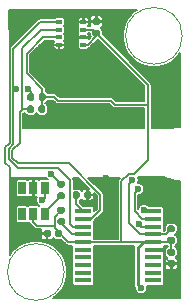
<source format=gtl>
G04 #@! TF.GenerationSoftware,KiCad,Pcbnew,5.1.10-88a1d61d58~90~ubuntu20.04.1*
G04 #@! TF.CreationDate,2021-10-26T15:32:18+01:00*
G04 #@! TF.ProjectId,THP,5448502e-6b69-4636-9164-5f7063625858,rev?*
G04 #@! TF.SameCoordinates,Original*
G04 #@! TF.FileFunction,Copper,L1,Top*
G04 #@! TF.FilePolarity,Positive*
%FSLAX46Y46*%
G04 Gerber Fmt 4.6, Leading zero omitted, Abs format (unit mm)*
G04 Created by KiCad (PCBNEW 5.1.10-88a1d61d58~90~ubuntu20.04.1) date 2021-10-26 15:32:18*
%MOMM*%
%LPD*%
G01*
G04 APERTURE LIST*
G04 #@! TA.AperFunction,EtchedComponent*
%ADD10C,0.050000*%
G04 #@! TD*
G04 #@! TA.AperFunction,SMDPad,CuDef*
%ADD11R,0.650000X1.060000*%
G04 #@! TD*
G04 #@! TA.AperFunction,SMDPad,CuDef*
%ADD12R,0.500000X0.350000*%
G04 #@! TD*
G04 #@! TA.AperFunction,SMDPad,CuDef*
%ADD13R,1.450000X0.450000*%
G04 #@! TD*
G04 #@! TA.AperFunction,ViaPad*
%ADD14C,0.600000*%
G04 #@! TD*
G04 #@! TA.AperFunction,Conductor*
%ADD15C,0.150000*%
G04 #@! TD*
G04 #@! TA.AperFunction,Conductor*
%ADD16C,0.250000*%
G04 #@! TD*
G04 #@! TA.AperFunction,Conductor*
%ADD17C,0.100000*%
G04 #@! TD*
G04 APERTURE END LIST*
D10*
X4900000Y-22500000D02*
G75*
G03*
X4900000Y-22500000I-2400000J0D01*
G01*
X14900000Y-2500000D02*
G75*
G03*
X14900000Y-2500000I-2400000J0D01*
G01*
D11*
X3240000Y-15400000D03*
X2290000Y-15400000D03*
X1340000Y-15400000D03*
X1340000Y-17600000D03*
X3240000Y-17600000D03*
X2290000Y-17600000D03*
G04 #@! TA.AperFunction,SMDPad,CuDef*
G36*
G01*
X6220000Y-15807500D02*
X6220000Y-16152500D01*
G75*
G02*
X6072500Y-16300000I-147500J0D01*
G01*
X5777500Y-16300000D01*
G75*
G02*
X5630000Y-16152500I0J147500D01*
G01*
X5630000Y-15807500D01*
G75*
G02*
X5777500Y-15660000I147500J0D01*
G01*
X6072500Y-15660000D01*
G75*
G02*
X6220000Y-15807500I0J-147500D01*
G01*
G37*
G04 #@! TD.AperFunction*
G04 #@! TA.AperFunction,SMDPad,CuDef*
G36*
G01*
X7190000Y-15807500D02*
X7190000Y-16152500D01*
G75*
G02*
X7042500Y-16300000I-147500J0D01*
G01*
X6747500Y-16300000D01*
G75*
G02*
X6600000Y-16152500I0J147500D01*
G01*
X6600000Y-15807500D01*
G75*
G02*
X6747500Y-15660000I147500J0D01*
G01*
X7042500Y-15660000D01*
G75*
G02*
X7190000Y-15807500I0J-147500D01*
G01*
G37*
G04 #@! TD.AperFunction*
G04 #@! TA.AperFunction,SMDPad,CuDef*
G36*
G01*
X3760000Y-19077500D02*
X3760000Y-19422500D01*
G75*
G02*
X3612500Y-19570000I-147500J0D01*
G01*
X3317500Y-19570000D01*
G75*
G02*
X3170000Y-19422500I0J147500D01*
G01*
X3170000Y-19077500D01*
G75*
G02*
X3317500Y-18930000I147500J0D01*
G01*
X3612500Y-18930000D01*
G75*
G02*
X3760000Y-19077500I0J-147500D01*
G01*
G37*
G04 #@! TD.AperFunction*
G04 #@! TA.AperFunction,SMDPad,CuDef*
G36*
G01*
X4730000Y-19077500D02*
X4730000Y-19422500D01*
G75*
G02*
X4582500Y-19570000I-147500J0D01*
G01*
X4287500Y-19570000D01*
G75*
G02*
X4140000Y-19422500I0J147500D01*
G01*
X4140000Y-19077500D01*
G75*
G02*
X4287500Y-18930000I147500J0D01*
G01*
X4582500Y-18930000D01*
G75*
G02*
X4730000Y-19077500I0J-147500D01*
G01*
G37*
G04 #@! TD.AperFunction*
G04 #@! TA.AperFunction,SMDPad,CuDef*
G36*
G01*
X7792500Y-1588000D02*
X7447500Y-1588000D01*
G75*
G02*
X7300000Y-1440500I0J147500D01*
G01*
X7300000Y-1145500D01*
G75*
G02*
X7447500Y-998000I147500J0D01*
G01*
X7792500Y-998000D01*
G75*
G02*
X7940000Y-1145500I0J-147500D01*
G01*
X7940000Y-1440500D01*
G75*
G02*
X7792500Y-1588000I-147500J0D01*
G01*
G37*
G04 #@! TD.AperFunction*
G04 #@! TA.AperFunction,SMDPad,CuDef*
G36*
G01*
X7792500Y-2558000D02*
X7447500Y-2558000D01*
G75*
G02*
X7300000Y-2410500I0J147500D01*
G01*
X7300000Y-2115500D01*
G75*
G02*
X7447500Y-1968000I147500J0D01*
G01*
X7792500Y-1968000D01*
G75*
G02*
X7940000Y-2115500I0J-147500D01*
G01*
X7940000Y-2410500D01*
G75*
G02*
X7792500Y-2558000I-147500J0D01*
G01*
G37*
G04 #@! TD.AperFunction*
D12*
X4475000Y-3275000D03*
X4475000Y-2625000D03*
X4475000Y-1975000D03*
X4475000Y-1325000D03*
X6524999Y-1325000D03*
X6524999Y-1975000D03*
X6524999Y-2625000D03*
X6524999Y-3275000D03*
G04 #@! TA.AperFunction,SMDPad,CuDef*
G36*
G01*
X1755000Y-8882500D02*
X1755000Y-8537500D01*
G75*
G02*
X1902500Y-8390000I147500J0D01*
G01*
X2197500Y-8390000D01*
G75*
G02*
X2345000Y-8537500I0J-147500D01*
G01*
X2345000Y-8882500D01*
G75*
G02*
X2197500Y-9030000I-147500J0D01*
G01*
X1902500Y-9030000D01*
G75*
G02*
X1755000Y-8882500I0J147500D01*
G01*
G37*
G04 #@! TD.AperFunction*
G04 #@! TA.AperFunction,SMDPad,CuDef*
G36*
G01*
X2725000Y-8882500D02*
X2725000Y-8537500D01*
G75*
G02*
X2872500Y-8390000I147500J0D01*
G01*
X3167500Y-8390000D01*
G75*
G02*
X3315000Y-8537500I0J-147500D01*
G01*
X3315000Y-8882500D01*
G75*
G02*
X3167500Y-9030000I-147500J0D01*
G01*
X2872500Y-9030000D01*
G75*
G02*
X2725000Y-8882500I0J147500D01*
G01*
G37*
G04 #@! TD.AperFunction*
G04 #@! TA.AperFunction,SMDPad,CuDef*
G36*
G01*
X1765000Y-7852500D02*
X1765000Y-7507500D01*
G75*
G02*
X1912500Y-7360000I147500J0D01*
G01*
X2207500Y-7360000D01*
G75*
G02*
X2355000Y-7507500I0J-147500D01*
G01*
X2355000Y-7852500D01*
G75*
G02*
X2207500Y-8000000I-147500J0D01*
G01*
X1912500Y-8000000D01*
G75*
G02*
X1765000Y-7852500I0J147500D01*
G01*
G37*
G04 #@! TD.AperFunction*
G04 #@! TA.AperFunction,SMDPad,CuDef*
G36*
G01*
X2735000Y-7852500D02*
X2735000Y-7507500D01*
G75*
G02*
X2882500Y-7360000I147500J0D01*
G01*
X3177500Y-7360000D01*
G75*
G02*
X3325000Y-7507500I0J-147500D01*
G01*
X3325000Y-7852500D01*
G75*
G02*
X3177500Y-8000000I-147500J0D01*
G01*
X2882500Y-8000000D01*
G75*
G02*
X2735000Y-7852500I0J147500D01*
G01*
G37*
G04 #@! TD.AperFunction*
G04 #@! TA.AperFunction,SMDPad,CuDef*
G36*
G01*
X4822500Y-17560000D02*
X4477500Y-17560000D01*
G75*
G02*
X4330000Y-17412500I0J147500D01*
G01*
X4330000Y-17117500D01*
G75*
G02*
X4477500Y-16970000I147500J0D01*
G01*
X4822500Y-16970000D01*
G75*
G02*
X4970000Y-17117500I0J-147500D01*
G01*
X4970000Y-17412500D01*
G75*
G02*
X4822500Y-17560000I-147500J0D01*
G01*
G37*
G04 #@! TD.AperFunction*
G04 #@! TA.AperFunction,SMDPad,CuDef*
G36*
G01*
X4822500Y-18530000D02*
X4477500Y-18530000D01*
G75*
G02*
X4330000Y-18382500I0J147500D01*
G01*
X4330000Y-18087500D01*
G75*
G02*
X4477500Y-17940000I147500J0D01*
G01*
X4822500Y-17940000D01*
G75*
G02*
X4970000Y-18087500I0J-147500D01*
G01*
X4970000Y-18382500D01*
G75*
G02*
X4822500Y-18530000I-147500J0D01*
G01*
G37*
G04 #@! TD.AperFunction*
G04 #@! TA.AperFunction,SMDPad,CuDef*
G36*
G01*
X13797500Y-19517000D02*
X14142500Y-19517000D01*
G75*
G02*
X14290000Y-19664500I0J-147500D01*
G01*
X14290000Y-19959500D01*
G75*
G02*
X14142500Y-20107000I-147500J0D01*
G01*
X13797500Y-20107000D01*
G75*
G02*
X13650000Y-19959500I0J147500D01*
G01*
X13650000Y-19664500D01*
G75*
G02*
X13797500Y-19517000I147500J0D01*
G01*
G37*
G04 #@! TD.AperFunction*
G04 #@! TA.AperFunction,SMDPad,CuDef*
G36*
G01*
X13797500Y-18547000D02*
X14142500Y-18547000D01*
G75*
G02*
X14290000Y-18694500I0J-147500D01*
G01*
X14290000Y-18989500D01*
G75*
G02*
X14142500Y-19137000I-147500J0D01*
G01*
X13797500Y-19137000D01*
G75*
G02*
X13650000Y-18989500I0J147500D01*
G01*
X13650000Y-18694500D01*
G75*
G02*
X13797500Y-18547000I147500J0D01*
G01*
G37*
G04 #@! TD.AperFunction*
D13*
X12410000Y-17365000D03*
X12410000Y-18015000D03*
X12410000Y-18665000D03*
X12410000Y-19315000D03*
X12410000Y-19965000D03*
X12410000Y-20615000D03*
X12410000Y-21265000D03*
X12410000Y-21915000D03*
X12410000Y-22565000D03*
X12410000Y-23215000D03*
X6510000Y-23215000D03*
X6510000Y-22565000D03*
X6510000Y-21915000D03*
X6510000Y-21265000D03*
X6510000Y-20615000D03*
X6510000Y-19965000D03*
X6510000Y-19315000D03*
X6510000Y-18665000D03*
X6510000Y-18015000D03*
X6510000Y-17365000D03*
G04 #@! TA.AperFunction,SMDPad,CuDef*
G36*
G01*
X13797500Y-21503000D02*
X14142500Y-21503000D01*
G75*
G02*
X14290000Y-21650500I0J-147500D01*
G01*
X14290000Y-21945500D01*
G75*
G02*
X14142500Y-22093000I-147500J0D01*
G01*
X13797500Y-22093000D01*
G75*
G02*
X13650000Y-21945500I0J147500D01*
G01*
X13650000Y-21650500D01*
G75*
G02*
X13797500Y-21503000I147500J0D01*
G01*
G37*
G04 #@! TD.AperFunction*
G04 #@! TA.AperFunction,SMDPad,CuDef*
G36*
G01*
X13797500Y-20533000D02*
X14142500Y-20533000D01*
G75*
G02*
X14290000Y-20680500I0J-147500D01*
G01*
X14290000Y-20975500D01*
G75*
G02*
X14142500Y-21123000I-147500J0D01*
G01*
X13797500Y-21123000D01*
G75*
G02*
X13650000Y-20975500I0J147500D01*
G01*
X13650000Y-20680500D01*
G75*
G02*
X13797500Y-20533000I147500J0D01*
G01*
G37*
G04 #@! TD.AperFunction*
G04 #@! TA.AperFunction,SMDPad,CuDef*
G36*
G01*
X4802500Y-15360000D02*
X4457500Y-15360000D01*
G75*
G02*
X4310000Y-15212500I0J147500D01*
G01*
X4310000Y-14917500D01*
G75*
G02*
X4457500Y-14770000I147500J0D01*
G01*
X4802500Y-14770000D01*
G75*
G02*
X4950000Y-14917500I0J-147500D01*
G01*
X4950000Y-15212500D01*
G75*
G02*
X4802500Y-15360000I-147500J0D01*
G01*
G37*
G04 #@! TD.AperFunction*
G04 #@! TA.AperFunction,SMDPad,CuDef*
G36*
G01*
X4802500Y-16330000D02*
X4457500Y-16330000D01*
G75*
G02*
X4310000Y-16182500I0J147500D01*
G01*
X4310000Y-15887500D01*
G75*
G02*
X4457500Y-15740000I147500J0D01*
G01*
X4802500Y-15740000D01*
G75*
G02*
X4950000Y-15887500I0J-147500D01*
G01*
X4950000Y-16182500D01*
G75*
G02*
X4802500Y-16330000I-147500J0D01*
G01*
G37*
G04 #@! TD.AperFunction*
D14*
X8990000Y-24140000D03*
X14150000Y-15750000D03*
X5740000Y-24210000D03*
X7390000Y-24170000D03*
X8240000Y-22920000D03*
X9240000Y-21750000D03*
X8250000Y-20680000D03*
X10130000Y-20740000D03*
X8230000Y-19240000D03*
X7430000Y-16580000D03*
X13010000Y-15280000D03*
X3080000Y-770000D03*
X8620000Y-1260000D03*
X5230000Y-1960000D03*
X5250000Y-3090000D03*
X2575000Y-19375000D03*
X4980000Y-20550000D03*
X13950000Y-22775000D03*
X950000Y-16490000D03*
X8800000Y-16490000D03*
X7250000Y-4290000D03*
X5670000Y-4310000D03*
X4330000Y-4300000D03*
X3410000Y-3340000D03*
X4990000Y-5410000D03*
X6610000Y-5370000D03*
X11160000Y-7580000D03*
X13060000Y-7610000D03*
X9070000Y-2420000D03*
X5610000Y-8520000D03*
X8620000Y-8550000D03*
X5720000Y-2510000D03*
X5710000Y-1330000D03*
X8460000Y-14580000D03*
X860000Y-2240000D03*
X11810000Y-16160000D03*
X12470000Y-23980000D03*
X10200000Y-10080000D03*
X4460000Y-7040000D03*
X8830000Y-5330000D03*
X11430000Y-23876000D03*
X10679597Y-14722939D03*
X3820000Y-14230000D03*
X800377Y-6970000D03*
X1850378Y-7000000D03*
X11684000Y-17272000D03*
X11176000Y-15494000D03*
X11217565Y-18433163D03*
X3040000Y-16430000D03*
D15*
X4875000Y-3275000D02*
X4475000Y-3275000D01*
X4950001Y-3199999D02*
X4875000Y-3275000D01*
X6124999Y-1325000D02*
X5505000Y-1945000D01*
X6524999Y-1325000D02*
X6124999Y-1325000D01*
X6524999Y-2625000D02*
X4975000Y-2625000D01*
X4975000Y-2625000D02*
X4950001Y-2649999D01*
X4950001Y-2499998D02*
X4950001Y-2649999D01*
X4950001Y-2649999D02*
X4950001Y-3199999D01*
X5412500Y-2037500D02*
X5410000Y-2040000D01*
D16*
X14150000Y-15240691D02*
X14150000Y-15750000D01*
D15*
X8990000Y-24140000D02*
X9570454Y-24720454D01*
X8979546Y-24720454D02*
X8977776Y-24722224D01*
X9720454Y-24720454D02*
X8979546Y-24720454D01*
X9570454Y-24720454D02*
X9720454Y-24720454D01*
X6662222Y-24722224D02*
X6661508Y-24722938D01*
X8977776Y-24722224D02*
X6662222Y-24722224D01*
X6661508Y-24722938D02*
X3945549Y-24723774D01*
X13424990Y-20924988D02*
X13424990Y-21252990D01*
X13115002Y-20615000D02*
X13424990Y-20924988D01*
X13424990Y-21252990D02*
X13970000Y-21798000D01*
X12410000Y-20615000D02*
X13115002Y-20615000D01*
X5412500Y-1432498D02*
X4255012Y-275010D01*
X5412500Y-2037500D02*
X5412500Y-1432498D01*
X2794000Y-275010D02*
X275019Y-275010D01*
X275100Y-2815100D02*
X275377Y-2815377D01*
X275019Y-275010D02*
X275100Y-2815100D01*
X275377Y-2815377D02*
X275377Y-11176000D01*
X275377Y-11176000D02*
X275377Y-11570258D01*
X-74526Y-11920161D02*
X-74526Y-13264923D01*
X-74526Y-13264923D02*
X275376Y-13614825D01*
X275377Y-11570258D02*
X207818Y-11637818D01*
X207818Y-11637818D02*
X-74526Y-11920161D01*
X275376Y-13614825D02*
X275169Y-20066000D01*
X494293Y-19846876D02*
X3844876Y-19846876D01*
X275169Y-20066000D02*
X494293Y-19846876D01*
X5151268Y-21153268D02*
X5151268Y-21153268D01*
X3844876Y-19846876D02*
X3844876Y-19846876D01*
X4255012Y-275010D02*
X4042990Y-275010D01*
X4042990Y-275010D02*
X2794000Y-275010D01*
X7588000Y-1325000D02*
X7620000Y-1293000D01*
X6524999Y-1325000D02*
X7588000Y-1325000D01*
X4042990Y-275010D02*
X9906000Y-275010D01*
X9906000Y-275010D02*
X9848731Y-332279D01*
X9848731Y-332279D02*
X9848731Y-3599697D01*
X5410000Y-2040000D02*
X4950001Y-2499998D01*
X3844876Y-19846876D02*
X5151268Y-21153268D01*
X5151268Y-21153268D02*
X5151268Y-24566732D01*
X2290000Y-16080000D02*
X2290000Y-15400000D01*
X1880000Y-16490000D02*
X2290000Y-16080000D01*
X950000Y-16490000D02*
X1880000Y-16490000D01*
X5505000Y-1945000D02*
X5412500Y-2037500D01*
X13817000Y-19965000D02*
X13970000Y-19812000D01*
X12410000Y-19965000D02*
X13817000Y-19965000D01*
X13970000Y-19812000D02*
X13970000Y-20828000D01*
D16*
X11614998Y-19965000D02*
X12410000Y-19965000D01*
X11130001Y-20449997D02*
X11614998Y-19965000D01*
X11130001Y-23576001D02*
X11130001Y-20449997D01*
X11430000Y-23876000D02*
X11130001Y-23576001D01*
D15*
X7332000Y-1975000D02*
X7620000Y-2263000D01*
X6524999Y-1975000D02*
X7332000Y-1975000D01*
X7620000Y-2558000D02*
X6903000Y-3275000D01*
X6903000Y-3275000D02*
X6524999Y-3275000D01*
X7620000Y-2263000D02*
X7620000Y-2558000D01*
X7620000Y-2263000D02*
X12003813Y-6646813D01*
X9753000Y-19965000D02*
X12410000Y-19965000D01*
X6510000Y-19965000D02*
X9753000Y-19965000D01*
X10825688Y-14197938D02*
X12003813Y-13019813D01*
X9753000Y-14833000D02*
X10388062Y-14197938D01*
X10388062Y-14197938D02*
X10825688Y-14197938D01*
X4087000Y-18796000D02*
X4086000Y-18796000D01*
X5256000Y-19965000D02*
X4087000Y-18796000D01*
X6510000Y-19965000D02*
X5256000Y-19965000D01*
X4087000Y-17828000D02*
X4650000Y-17265000D01*
X2573000Y-18563000D02*
X4087000Y-18563000D01*
X2290000Y-18280000D02*
X2573000Y-18563000D01*
X2290000Y-17600000D02*
X2290000Y-18280000D01*
X4087000Y-18563000D02*
X4087000Y-17828000D01*
X4087000Y-18796000D02*
X4087000Y-18563000D01*
X9753000Y-14833000D02*
X9753000Y-19965000D01*
X3010000Y-7660000D02*
X3030000Y-7680000D01*
X3031000Y-7576000D02*
X3031000Y-7553000D01*
X3030000Y-7680000D02*
X3030000Y-6980000D01*
X1720000Y-5670000D02*
X1720000Y-4030000D01*
X3030000Y-6980000D02*
X1720000Y-5670000D01*
X3125000Y-2625000D02*
X4475000Y-2625000D01*
X1720000Y-4030000D02*
X3125000Y-2625000D01*
X12003813Y-9556187D02*
X12003813Y-13019813D01*
X3020000Y-7690000D02*
X3030000Y-7680000D01*
X3020000Y-8710000D02*
X3020000Y-7690000D01*
X12003813Y-8336187D02*
X12003813Y-9556187D01*
X12003813Y-6646813D02*
X12003813Y-8336187D01*
X12003813Y-8336187D02*
X9183189Y-8336187D01*
X8842001Y-7994999D02*
X4395001Y-7994999D01*
X9183189Y-8336187D02*
X8842001Y-7994999D01*
X4080002Y-7680000D02*
X3820000Y-7680000D01*
X4395001Y-7994999D02*
X4080002Y-7680000D01*
X3820000Y-7680000D02*
X3030000Y-7680000D01*
X13497000Y-19315000D02*
X12410000Y-19315000D01*
X13970000Y-18842000D02*
X13497000Y-19315000D01*
X10575991Y-14826545D02*
X10679597Y-14722939D01*
X10379598Y-15022938D02*
X10679597Y-14722939D01*
X11322400Y-19315000D02*
X10379598Y-18372198D01*
X10379598Y-18372198D02*
X10379598Y-15022938D01*
X12410000Y-19315000D02*
X11322400Y-19315000D01*
X4630000Y-15040000D02*
X3820000Y-14230000D01*
X4630000Y-15065000D02*
X4630000Y-15040000D01*
X5576000Y-19315000D02*
X6510000Y-19315000D01*
X4650000Y-18389000D02*
X5576000Y-19315000D01*
X4650000Y-18235000D02*
X4650000Y-18389000D01*
X1863000Y-7877000D02*
X2060000Y-7680000D01*
X225484Y-12044429D02*
X575387Y-11694526D01*
X225484Y-12954256D02*
X225484Y-12044429D01*
X976227Y-13704999D02*
X225484Y-12954256D01*
X4404979Y-13704999D02*
X976227Y-13704999D01*
X5404990Y-14705010D02*
X4404979Y-13704999D01*
X5404990Y-18434990D02*
X5404990Y-14705010D01*
X5635000Y-18665000D02*
X5404990Y-18434990D01*
X6510000Y-18665000D02*
X5635000Y-18665000D01*
X575387Y-11694526D02*
X575387Y-7734613D01*
X575387Y-6745010D02*
X800377Y-6970000D01*
X575387Y-6004613D02*
X575387Y-6745010D01*
X575387Y-7734613D02*
X575387Y-6004613D01*
X2060000Y-7209622D02*
X1850378Y-7000000D01*
X2060000Y-7680000D02*
X2060000Y-7209622D01*
X2865000Y-1325000D02*
X4475000Y-1325000D01*
X575387Y-3614613D02*
X2865000Y-1325000D01*
X575387Y-6004613D02*
X575387Y-3614613D01*
X7955001Y-17275001D02*
X7215002Y-18015000D01*
X7215002Y-18015000D02*
X6510000Y-18015000D01*
X7955001Y-15945001D02*
X7955001Y-17275001D01*
X525493Y-12829987D02*
X970516Y-13275010D01*
X525493Y-12168698D02*
X525493Y-12829987D01*
X970516Y-13275010D02*
X5285010Y-13275010D01*
X5285010Y-13275010D02*
X7955001Y-15945001D01*
X1152095Y-11542095D02*
X525493Y-12168698D01*
X1400000Y-8710000D02*
X2050000Y-8710000D01*
X1152095Y-8957905D02*
X1400000Y-8710000D01*
X1152095Y-11542095D02*
X1152095Y-8957905D01*
X4469990Y-1969990D02*
X4475000Y-1975000D01*
X2910010Y-1969990D02*
X4469990Y-1969990D01*
X1325378Y-3554622D02*
X2910010Y-1969990D01*
X1325378Y-8635378D02*
X1325378Y-3554622D01*
X1400000Y-8710000D02*
X1325378Y-8635378D01*
X11777000Y-17365000D02*
X11684000Y-17272000D01*
X12410000Y-17365000D02*
X11777000Y-17365000D01*
X11535000Y-18015000D02*
X12410000Y-18015000D01*
X10876001Y-17356001D02*
X11535000Y-18015000D01*
X10876001Y-15793999D02*
X10876001Y-17356001D01*
X11176000Y-15494000D02*
X10876001Y-15793999D01*
X3240000Y-17425000D02*
X4630000Y-16035000D01*
X3240000Y-17600000D02*
X3240000Y-17425000D01*
X5925000Y-16780000D02*
X6510000Y-17365000D01*
X5925000Y-15980000D02*
X5925000Y-16780000D01*
X11449402Y-18665000D02*
X11217565Y-18433163D01*
X12410000Y-18665000D02*
X11449402Y-18665000D01*
X3240000Y-16230000D02*
X3040000Y-16430000D01*
X3240000Y-15400000D02*
X3240000Y-16230000D01*
X13705187Y-14634035D02*
X13728654Y-14642462D01*
X13751983Y-14651208D01*
X13755696Y-14652172D01*
X13755699Y-14652173D01*
X13755701Y-14652173D01*
X14134828Y-14747772D01*
X14159462Y-14751477D01*
X14184068Y-14755529D01*
X14187900Y-14755754D01*
X14187902Y-14755754D01*
X14578377Y-14775893D01*
X14603267Y-14774742D01*
X14628185Y-14773938D01*
X14631990Y-14773414D01*
X14704938Y-14762840D01*
X14718892Y-24720463D01*
X3954607Y-24723782D01*
X4193830Y-24563938D01*
X4563938Y-24193830D01*
X4854730Y-23758629D01*
X5055031Y-23275060D01*
X5157143Y-22761706D01*
X5157143Y-22238294D01*
X5055031Y-21724940D01*
X4854730Y-21241371D01*
X4563938Y-20806170D01*
X4193830Y-20436062D01*
X3758629Y-20145270D01*
X3275060Y-19944969D01*
X2761706Y-19842857D01*
X2238294Y-19842857D01*
X1724940Y-19944969D01*
X1241371Y-20145270D01*
X806170Y-20436062D01*
X436062Y-20806170D01*
X275127Y-21047026D01*
X275174Y-19570000D01*
X2943911Y-19570000D01*
X2948255Y-19614108D01*
X2961121Y-19656521D01*
X2982014Y-19695608D01*
X3010131Y-19729869D01*
X3044392Y-19757986D01*
X3083479Y-19778879D01*
X3125892Y-19791745D01*
X3170000Y-19796089D01*
X3383750Y-19795000D01*
X3440000Y-19738750D01*
X3440000Y-19275000D01*
X3001250Y-19275000D01*
X2945000Y-19331250D01*
X2943911Y-19570000D01*
X275174Y-19570000D01*
X275326Y-14870000D01*
X788912Y-14870000D01*
X788912Y-15930000D01*
X793256Y-15974108D01*
X806122Y-16016520D01*
X827015Y-16055608D01*
X855132Y-16089868D01*
X889392Y-16117985D01*
X928480Y-16138878D01*
X970892Y-16151744D01*
X1015000Y-16156088D01*
X1665000Y-16156088D01*
X1709108Y-16151744D01*
X1751520Y-16138878D01*
X1790608Y-16117985D01*
X1814999Y-16097967D01*
X1839392Y-16117986D01*
X1878479Y-16138879D01*
X1920892Y-16151745D01*
X1965000Y-16156089D01*
X2208750Y-16155000D01*
X2265000Y-16098750D01*
X2265000Y-15425000D01*
X2245000Y-15425000D01*
X2245000Y-15375000D01*
X2265000Y-15375000D01*
X2265000Y-14701250D01*
X2208750Y-14645000D01*
X1965000Y-14643911D01*
X1920892Y-14648255D01*
X1878479Y-14661121D01*
X1839392Y-14682014D01*
X1814999Y-14702033D01*
X1790608Y-14682015D01*
X1751520Y-14661122D01*
X1709108Y-14648256D01*
X1665000Y-14643912D01*
X1015000Y-14643912D01*
X970892Y-14648256D01*
X928480Y-14661122D01*
X889392Y-14682015D01*
X855132Y-14710132D01*
X827015Y-14744392D01*
X806122Y-14783480D01*
X793256Y-14825892D01*
X788912Y-14870000D01*
X275326Y-14870000D01*
X275337Y-14540228D01*
X3387223Y-14527278D01*
X3412206Y-14564668D01*
X3485332Y-14637794D01*
X3494488Y-14643912D01*
X2915000Y-14643912D01*
X2870892Y-14648256D01*
X2828480Y-14661122D01*
X2789392Y-14682015D01*
X2765001Y-14702033D01*
X2740608Y-14682014D01*
X2701521Y-14661121D01*
X2659108Y-14648255D01*
X2615000Y-14643911D01*
X2371250Y-14645000D01*
X2315000Y-14701250D01*
X2315000Y-15375000D01*
X2335000Y-15375000D01*
X2335000Y-15425000D01*
X2315000Y-15425000D01*
X2315000Y-16098750D01*
X2371250Y-16155000D01*
X2591679Y-16155985D01*
X2574751Y-16181319D01*
X2535176Y-16276863D01*
X2515000Y-16378292D01*
X2515000Y-16481708D01*
X2535176Y-16583137D01*
X2574751Y-16678681D01*
X2632206Y-16764668D01*
X2705332Y-16837794D01*
X2781368Y-16888600D01*
X2765000Y-16902033D01*
X2740608Y-16882015D01*
X2701520Y-16861122D01*
X2659108Y-16848256D01*
X2615000Y-16843912D01*
X1965000Y-16843912D01*
X1920892Y-16848256D01*
X1878480Y-16861122D01*
X1839392Y-16882015D01*
X1815000Y-16902033D01*
X1790608Y-16882015D01*
X1751520Y-16861122D01*
X1709108Y-16848256D01*
X1665000Y-16843912D01*
X1015000Y-16843912D01*
X970892Y-16848256D01*
X928480Y-16861122D01*
X889392Y-16882015D01*
X855132Y-16910132D01*
X827015Y-16944392D01*
X806122Y-16983480D01*
X793256Y-17025892D01*
X788912Y-17070000D01*
X788912Y-18130000D01*
X793256Y-18174108D01*
X806122Y-18216520D01*
X827015Y-18255608D01*
X855132Y-18289868D01*
X889392Y-18317985D01*
X928480Y-18338878D01*
X970892Y-18351744D01*
X1015000Y-18356088D01*
X1665000Y-18356088D01*
X1709108Y-18351744D01*
X1751520Y-18338878D01*
X1790608Y-18317985D01*
X1815000Y-18297967D01*
X1839392Y-18317985D01*
X1878480Y-18338878D01*
X1920892Y-18351744D01*
X1965000Y-18356088D01*
X1999583Y-18356088D01*
X2011497Y-18395360D01*
X2039353Y-18447477D01*
X2054627Y-18466088D01*
X2076843Y-18493158D01*
X2088285Y-18502548D01*
X2350451Y-18764715D01*
X2359842Y-18776158D01*
X2371285Y-18785549D01*
X2405522Y-18813647D01*
X2433379Y-18828536D01*
X2457640Y-18841504D01*
X2514190Y-18858659D01*
X2558267Y-18863000D01*
X2558276Y-18863000D01*
X2572999Y-18864450D01*
X2587722Y-18863000D01*
X2955199Y-18863000D01*
X2948255Y-18885892D01*
X2943911Y-18930000D01*
X2945000Y-19168750D01*
X3001250Y-19225000D01*
X3440000Y-19225000D01*
X3440000Y-19205000D01*
X3490000Y-19205000D01*
X3490000Y-19225000D01*
X3510000Y-19225000D01*
X3510000Y-19275000D01*
X3490000Y-19275000D01*
X3490000Y-19738750D01*
X3546250Y-19795000D01*
X3760000Y-19796089D01*
X3804108Y-19791745D01*
X3846521Y-19778879D01*
X3885608Y-19757986D01*
X3919869Y-19729869D01*
X3947986Y-19695608D01*
X3968879Y-19656521D01*
X3976898Y-19630085D01*
X4023333Y-19686667D01*
X4079946Y-19733127D01*
X4144534Y-19767650D01*
X4214617Y-19788910D01*
X4287500Y-19796088D01*
X4582500Y-19796088D01*
X4655383Y-19788910D01*
X4655585Y-19788849D01*
X5033451Y-20166715D01*
X5042842Y-20178158D01*
X5054285Y-20187549D01*
X5054286Y-20187550D01*
X5088522Y-20215647D01*
X5123061Y-20234108D01*
X5140640Y-20243504D01*
X5197190Y-20260659D01*
X5241267Y-20265000D01*
X5241270Y-20265000D01*
X5256000Y-20266451D01*
X5270730Y-20265000D01*
X5572627Y-20265000D01*
X5576122Y-20276520D01*
X5583327Y-20290000D01*
X5576122Y-20303480D01*
X5563256Y-20345892D01*
X5558912Y-20390000D01*
X5558912Y-20840000D01*
X5563256Y-20884108D01*
X5576122Y-20926520D01*
X5583327Y-20940000D01*
X5576122Y-20953480D01*
X5563256Y-20995892D01*
X5558912Y-21040000D01*
X5558912Y-21490000D01*
X5563256Y-21534108D01*
X5576122Y-21576520D01*
X5583327Y-21590000D01*
X5576122Y-21603480D01*
X5563256Y-21645892D01*
X5558912Y-21690000D01*
X5558912Y-22140000D01*
X5563256Y-22184108D01*
X5576122Y-22226520D01*
X5583327Y-22240000D01*
X5576122Y-22253480D01*
X5563256Y-22295892D01*
X5558912Y-22340000D01*
X5558912Y-22790000D01*
X5563256Y-22834108D01*
X5576122Y-22876520D01*
X5583327Y-22890000D01*
X5576122Y-22903480D01*
X5563256Y-22945892D01*
X5558912Y-22990000D01*
X5558912Y-23440000D01*
X5563256Y-23484108D01*
X5576122Y-23526520D01*
X5597015Y-23565608D01*
X5625132Y-23599868D01*
X5659392Y-23627985D01*
X5698480Y-23648878D01*
X5740892Y-23661744D01*
X5785000Y-23666088D01*
X7235000Y-23666088D01*
X7279108Y-23661744D01*
X7321520Y-23648878D01*
X7360608Y-23627985D01*
X7394868Y-23599868D01*
X7422985Y-23565608D01*
X7443878Y-23526520D01*
X7456744Y-23484108D01*
X7461088Y-23440000D01*
X7461088Y-22990000D01*
X7456744Y-22945892D01*
X7443878Y-22903480D01*
X7436673Y-22890000D01*
X7443878Y-22876520D01*
X7456744Y-22834108D01*
X7461088Y-22790000D01*
X7461088Y-22340000D01*
X7456744Y-22295892D01*
X7443878Y-22253480D01*
X7436673Y-22240000D01*
X7443878Y-22226520D01*
X7456744Y-22184108D01*
X7461088Y-22140000D01*
X7461088Y-21690000D01*
X7456744Y-21645892D01*
X7443878Y-21603480D01*
X7436673Y-21590000D01*
X7443878Y-21576520D01*
X7456744Y-21534108D01*
X7461088Y-21490000D01*
X7461088Y-21040000D01*
X7456744Y-20995892D01*
X7443878Y-20953480D01*
X7436673Y-20940000D01*
X7443878Y-20926520D01*
X7456744Y-20884108D01*
X7461088Y-20840000D01*
X7461088Y-20390000D01*
X7456744Y-20345892D01*
X7443878Y-20303480D01*
X7436673Y-20290000D01*
X7443878Y-20276520D01*
X7447373Y-20265000D01*
X9738267Y-20265000D01*
X9753000Y-20266451D01*
X9767733Y-20265000D01*
X10832025Y-20265000D01*
X10805786Y-20314090D01*
X10805080Y-20315410D01*
X10785066Y-20381386D01*
X10778308Y-20449997D01*
X10780002Y-20467195D01*
X10780001Y-23558813D01*
X10778308Y-23576001D01*
X10780001Y-23593189D01*
X10785066Y-23644612D01*
X10805079Y-23710587D01*
X10837579Y-23771390D01*
X10881316Y-23824685D01*
X10894677Y-23835650D01*
X10905000Y-23845973D01*
X10905000Y-23927708D01*
X10925176Y-24029137D01*
X10964751Y-24124681D01*
X11022206Y-24210668D01*
X11095332Y-24283794D01*
X11181319Y-24341249D01*
X11276863Y-24380824D01*
X11378292Y-24401000D01*
X11481708Y-24401000D01*
X11583137Y-24380824D01*
X11678681Y-24341249D01*
X11764668Y-24283794D01*
X11837794Y-24210668D01*
X11895249Y-24124681D01*
X11934824Y-24029137D01*
X11955000Y-23927708D01*
X11955000Y-23824292D01*
X11934824Y-23722863D01*
X11911307Y-23666088D01*
X13135000Y-23666088D01*
X13179108Y-23661744D01*
X13221520Y-23648878D01*
X13260608Y-23627985D01*
X13294868Y-23599868D01*
X13322985Y-23565608D01*
X13343878Y-23526520D01*
X13356744Y-23484108D01*
X13361088Y-23440000D01*
X13361088Y-22990000D01*
X13356744Y-22945892D01*
X13343878Y-22903480D01*
X13336673Y-22890000D01*
X13343878Y-22876520D01*
X13356744Y-22834108D01*
X13361088Y-22790000D01*
X13361088Y-22340000D01*
X13356744Y-22295892D01*
X13343878Y-22253480D01*
X13336673Y-22240000D01*
X13343878Y-22226520D01*
X13356744Y-22184108D01*
X13361088Y-22140000D01*
X13361088Y-22093000D01*
X13423911Y-22093000D01*
X13428255Y-22137108D01*
X13441121Y-22179521D01*
X13462014Y-22218608D01*
X13490131Y-22252869D01*
X13524392Y-22280986D01*
X13563479Y-22301879D01*
X13605892Y-22314745D01*
X13650000Y-22319089D01*
X13888750Y-22318000D01*
X13945000Y-22261750D01*
X13945000Y-21823000D01*
X13995000Y-21823000D01*
X13995000Y-22261750D01*
X14051250Y-22318000D01*
X14290000Y-22319089D01*
X14334108Y-22314745D01*
X14376521Y-22301879D01*
X14415608Y-22280986D01*
X14449869Y-22252869D01*
X14477986Y-22218608D01*
X14498879Y-22179521D01*
X14511745Y-22137108D01*
X14516089Y-22093000D01*
X14515000Y-21879250D01*
X14458750Y-21823000D01*
X13995000Y-21823000D01*
X13945000Y-21823000D01*
X13481250Y-21823000D01*
X13425000Y-21879250D01*
X13423911Y-22093000D01*
X13361088Y-22093000D01*
X13361088Y-21690000D01*
X13356744Y-21645892D01*
X13343878Y-21603480D01*
X13336673Y-21590000D01*
X13343878Y-21576520D01*
X13356744Y-21534108D01*
X13361088Y-21490000D01*
X13361088Y-21040000D01*
X13356744Y-20995892D01*
X13343878Y-20953480D01*
X13336673Y-20940001D01*
X13343879Y-20926521D01*
X13356745Y-20884108D01*
X13361089Y-20840000D01*
X13360000Y-20696250D01*
X13303750Y-20640000D01*
X12435000Y-20640000D01*
X12435000Y-20660000D01*
X12385000Y-20660000D01*
X12385000Y-20640000D01*
X12365000Y-20640000D01*
X12365000Y-20590000D01*
X12385000Y-20590000D01*
X12385000Y-20570000D01*
X12435000Y-20570000D01*
X12435000Y-20590000D01*
X13303750Y-20590000D01*
X13360000Y-20533750D01*
X13361089Y-20390000D01*
X13356745Y-20345892D01*
X13343879Y-20303479D01*
X13336673Y-20289999D01*
X13343878Y-20276520D01*
X13347373Y-20265000D01*
X13583699Y-20265000D01*
X13589946Y-20270127D01*
X13654534Y-20304650D01*
X13670000Y-20309342D01*
X13670001Y-20330658D01*
X13654534Y-20335350D01*
X13589946Y-20369873D01*
X13533333Y-20416333D01*
X13486873Y-20472946D01*
X13452350Y-20537534D01*
X13431090Y-20607617D01*
X13423912Y-20680500D01*
X13423912Y-20975500D01*
X13431090Y-21048383D01*
X13452350Y-21118466D01*
X13486873Y-21183054D01*
X13533333Y-21239667D01*
X13589915Y-21286102D01*
X13563479Y-21294121D01*
X13524392Y-21315014D01*
X13490131Y-21343131D01*
X13462014Y-21377392D01*
X13441121Y-21416479D01*
X13428255Y-21458892D01*
X13423911Y-21503000D01*
X13425000Y-21716750D01*
X13481250Y-21773000D01*
X13945000Y-21773000D01*
X13945000Y-21753000D01*
X13995000Y-21753000D01*
X13995000Y-21773000D01*
X14458750Y-21773000D01*
X14515000Y-21716750D01*
X14516089Y-21503000D01*
X14511745Y-21458892D01*
X14498879Y-21416479D01*
X14477986Y-21377392D01*
X14449869Y-21343131D01*
X14415608Y-21315014D01*
X14376521Y-21294121D01*
X14350085Y-21286102D01*
X14406667Y-21239667D01*
X14453127Y-21183054D01*
X14487650Y-21118466D01*
X14508910Y-21048383D01*
X14516088Y-20975500D01*
X14516088Y-20680500D01*
X14508910Y-20607617D01*
X14487650Y-20537534D01*
X14453127Y-20472946D01*
X14406667Y-20416333D01*
X14350054Y-20369873D01*
X14285466Y-20335350D01*
X14270000Y-20330658D01*
X14270000Y-20309342D01*
X14285466Y-20304650D01*
X14350054Y-20270127D01*
X14406667Y-20223667D01*
X14453127Y-20167054D01*
X14487650Y-20102466D01*
X14508910Y-20032383D01*
X14516088Y-19959500D01*
X14516088Y-19664500D01*
X14508910Y-19591617D01*
X14487650Y-19521534D01*
X14453127Y-19456946D01*
X14406667Y-19400333D01*
X14350054Y-19353873D01*
X14299778Y-19327000D01*
X14350054Y-19300127D01*
X14406667Y-19253667D01*
X14453127Y-19197054D01*
X14487650Y-19132466D01*
X14508910Y-19062383D01*
X14516088Y-18989500D01*
X14516088Y-18694500D01*
X14508910Y-18621617D01*
X14487650Y-18551534D01*
X14453127Y-18486946D01*
X14406667Y-18430333D01*
X14350054Y-18383873D01*
X14285466Y-18349350D01*
X14215383Y-18328090D01*
X14142500Y-18320912D01*
X13797500Y-18320912D01*
X13724617Y-18328090D01*
X13654534Y-18349350D01*
X13589946Y-18383873D01*
X13533333Y-18430333D01*
X13486873Y-18486946D01*
X13452350Y-18551534D01*
X13431090Y-18621617D01*
X13423912Y-18694500D01*
X13423912Y-18963825D01*
X13372737Y-19015000D01*
X13347373Y-19015000D01*
X13343878Y-19003480D01*
X13336673Y-18990000D01*
X13343878Y-18976520D01*
X13356744Y-18934108D01*
X13361088Y-18890000D01*
X13361088Y-18440000D01*
X13356744Y-18395892D01*
X13343878Y-18353480D01*
X13336673Y-18340000D01*
X13343878Y-18326520D01*
X13356744Y-18284108D01*
X13361088Y-18240000D01*
X13361088Y-17790000D01*
X13356744Y-17745892D01*
X13343878Y-17703480D01*
X13336673Y-17690000D01*
X13343878Y-17676520D01*
X13356744Y-17634108D01*
X13361088Y-17590000D01*
X13361088Y-17140000D01*
X13356744Y-17095892D01*
X13343878Y-17053480D01*
X13322985Y-17014392D01*
X13294868Y-16980132D01*
X13260608Y-16952015D01*
X13221520Y-16931122D01*
X13179108Y-16918256D01*
X13135000Y-16913912D01*
X12068374Y-16913912D01*
X12018668Y-16864206D01*
X11932681Y-16806751D01*
X11837137Y-16767176D01*
X11735708Y-16747000D01*
X11632292Y-16747000D01*
X11530863Y-16767176D01*
X11435319Y-16806751D01*
X11349332Y-16864206D01*
X11276206Y-16937332D01*
X11218751Y-17023319D01*
X11179176Y-17118863D01*
X11176001Y-17134824D01*
X11176001Y-16019000D01*
X11227708Y-16019000D01*
X11329137Y-15998824D01*
X11424681Y-15959249D01*
X11510668Y-15901794D01*
X11583794Y-15828668D01*
X11641249Y-15742681D01*
X11680824Y-15647137D01*
X11701000Y-15545708D01*
X11701000Y-15442292D01*
X11680824Y-15340863D01*
X11641249Y-15245319D01*
X11583794Y-15159332D01*
X11510668Y-15086206D01*
X11424681Y-15028751D01*
X11329137Y-14989176D01*
X11227708Y-14969000D01*
X11145931Y-14969000D01*
X11184421Y-14876076D01*
X11204597Y-14774647D01*
X11204597Y-14671231D01*
X11184421Y-14569802D01*
X11153421Y-14494960D01*
X13392008Y-14485645D01*
X13705187Y-14634035D01*
G04 #@! TA.AperFunction,Conductor*
D17*
G36*
X13705187Y-14634035D02*
G01*
X13728654Y-14642462D01*
X13751983Y-14651208D01*
X13755696Y-14652172D01*
X13755699Y-14652173D01*
X13755701Y-14652173D01*
X14134828Y-14747772D01*
X14159462Y-14751477D01*
X14184068Y-14755529D01*
X14187900Y-14755754D01*
X14187902Y-14755754D01*
X14578377Y-14775893D01*
X14603267Y-14774742D01*
X14628185Y-14773938D01*
X14631990Y-14773414D01*
X14704938Y-14762840D01*
X14718892Y-24720463D01*
X3954607Y-24723782D01*
X4193830Y-24563938D01*
X4563938Y-24193830D01*
X4854730Y-23758629D01*
X5055031Y-23275060D01*
X5157143Y-22761706D01*
X5157143Y-22238294D01*
X5055031Y-21724940D01*
X4854730Y-21241371D01*
X4563938Y-20806170D01*
X4193830Y-20436062D01*
X3758629Y-20145270D01*
X3275060Y-19944969D01*
X2761706Y-19842857D01*
X2238294Y-19842857D01*
X1724940Y-19944969D01*
X1241371Y-20145270D01*
X806170Y-20436062D01*
X436062Y-20806170D01*
X275127Y-21047026D01*
X275174Y-19570000D01*
X2943911Y-19570000D01*
X2948255Y-19614108D01*
X2961121Y-19656521D01*
X2982014Y-19695608D01*
X3010131Y-19729869D01*
X3044392Y-19757986D01*
X3083479Y-19778879D01*
X3125892Y-19791745D01*
X3170000Y-19796089D01*
X3383750Y-19795000D01*
X3440000Y-19738750D01*
X3440000Y-19275000D01*
X3001250Y-19275000D01*
X2945000Y-19331250D01*
X2943911Y-19570000D01*
X275174Y-19570000D01*
X275326Y-14870000D01*
X788912Y-14870000D01*
X788912Y-15930000D01*
X793256Y-15974108D01*
X806122Y-16016520D01*
X827015Y-16055608D01*
X855132Y-16089868D01*
X889392Y-16117985D01*
X928480Y-16138878D01*
X970892Y-16151744D01*
X1015000Y-16156088D01*
X1665000Y-16156088D01*
X1709108Y-16151744D01*
X1751520Y-16138878D01*
X1790608Y-16117985D01*
X1814999Y-16097967D01*
X1839392Y-16117986D01*
X1878479Y-16138879D01*
X1920892Y-16151745D01*
X1965000Y-16156089D01*
X2208750Y-16155000D01*
X2265000Y-16098750D01*
X2265000Y-15425000D01*
X2245000Y-15425000D01*
X2245000Y-15375000D01*
X2265000Y-15375000D01*
X2265000Y-14701250D01*
X2208750Y-14645000D01*
X1965000Y-14643911D01*
X1920892Y-14648255D01*
X1878479Y-14661121D01*
X1839392Y-14682014D01*
X1814999Y-14702033D01*
X1790608Y-14682015D01*
X1751520Y-14661122D01*
X1709108Y-14648256D01*
X1665000Y-14643912D01*
X1015000Y-14643912D01*
X970892Y-14648256D01*
X928480Y-14661122D01*
X889392Y-14682015D01*
X855132Y-14710132D01*
X827015Y-14744392D01*
X806122Y-14783480D01*
X793256Y-14825892D01*
X788912Y-14870000D01*
X275326Y-14870000D01*
X275337Y-14540228D01*
X3387223Y-14527278D01*
X3412206Y-14564668D01*
X3485332Y-14637794D01*
X3494488Y-14643912D01*
X2915000Y-14643912D01*
X2870892Y-14648256D01*
X2828480Y-14661122D01*
X2789392Y-14682015D01*
X2765001Y-14702033D01*
X2740608Y-14682014D01*
X2701521Y-14661121D01*
X2659108Y-14648255D01*
X2615000Y-14643911D01*
X2371250Y-14645000D01*
X2315000Y-14701250D01*
X2315000Y-15375000D01*
X2335000Y-15375000D01*
X2335000Y-15425000D01*
X2315000Y-15425000D01*
X2315000Y-16098750D01*
X2371250Y-16155000D01*
X2591679Y-16155985D01*
X2574751Y-16181319D01*
X2535176Y-16276863D01*
X2515000Y-16378292D01*
X2515000Y-16481708D01*
X2535176Y-16583137D01*
X2574751Y-16678681D01*
X2632206Y-16764668D01*
X2705332Y-16837794D01*
X2781368Y-16888600D01*
X2765000Y-16902033D01*
X2740608Y-16882015D01*
X2701520Y-16861122D01*
X2659108Y-16848256D01*
X2615000Y-16843912D01*
X1965000Y-16843912D01*
X1920892Y-16848256D01*
X1878480Y-16861122D01*
X1839392Y-16882015D01*
X1815000Y-16902033D01*
X1790608Y-16882015D01*
X1751520Y-16861122D01*
X1709108Y-16848256D01*
X1665000Y-16843912D01*
X1015000Y-16843912D01*
X970892Y-16848256D01*
X928480Y-16861122D01*
X889392Y-16882015D01*
X855132Y-16910132D01*
X827015Y-16944392D01*
X806122Y-16983480D01*
X793256Y-17025892D01*
X788912Y-17070000D01*
X788912Y-18130000D01*
X793256Y-18174108D01*
X806122Y-18216520D01*
X827015Y-18255608D01*
X855132Y-18289868D01*
X889392Y-18317985D01*
X928480Y-18338878D01*
X970892Y-18351744D01*
X1015000Y-18356088D01*
X1665000Y-18356088D01*
X1709108Y-18351744D01*
X1751520Y-18338878D01*
X1790608Y-18317985D01*
X1815000Y-18297967D01*
X1839392Y-18317985D01*
X1878480Y-18338878D01*
X1920892Y-18351744D01*
X1965000Y-18356088D01*
X1999583Y-18356088D01*
X2011497Y-18395360D01*
X2039353Y-18447477D01*
X2054627Y-18466088D01*
X2076843Y-18493158D01*
X2088285Y-18502548D01*
X2350451Y-18764715D01*
X2359842Y-18776158D01*
X2371285Y-18785549D01*
X2405522Y-18813647D01*
X2433379Y-18828536D01*
X2457640Y-18841504D01*
X2514190Y-18858659D01*
X2558267Y-18863000D01*
X2558276Y-18863000D01*
X2572999Y-18864450D01*
X2587722Y-18863000D01*
X2955199Y-18863000D01*
X2948255Y-18885892D01*
X2943911Y-18930000D01*
X2945000Y-19168750D01*
X3001250Y-19225000D01*
X3440000Y-19225000D01*
X3440000Y-19205000D01*
X3490000Y-19205000D01*
X3490000Y-19225000D01*
X3510000Y-19225000D01*
X3510000Y-19275000D01*
X3490000Y-19275000D01*
X3490000Y-19738750D01*
X3546250Y-19795000D01*
X3760000Y-19796089D01*
X3804108Y-19791745D01*
X3846521Y-19778879D01*
X3885608Y-19757986D01*
X3919869Y-19729869D01*
X3947986Y-19695608D01*
X3968879Y-19656521D01*
X3976898Y-19630085D01*
X4023333Y-19686667D01*
X4079946Y-19733127D01*
X4144534Y-19767650D01*
X4214617Y-19788910D01*
X4287500Y-19796088D01*
X4582500Y-19796088D01*
X4655383Y-19788910D01*
X4655585Y-19788849D01*
X5033451Y-20166715D01*
X5042842Y-20178158D01*
X5054285Y-20187549D01*
X5054286Y-20187550D01*
X5088522Y-20215647D01*
X5123061Y-20234108D01*
X5140640Y-20243504D01*
X5197190Y-20260659D01*
X5241267Y-20265000D01*
X5241270Y-20265000D01*
X5256000Y-20266451D01*
X5270730Y-20265000D01*
X5572627Y-20265000D01*
X5576122Y-20276520D01*
X5583327Y-20290000D01*
X5576122Y-20303480D01*
X5563256Y-20345892D01*
X5558912Y-20390000D01*
X5558912Y-20840000D01*
X5563256Y-20884108D01*
X5576122Y-20926520D01*
X5583327Y-20940000D01*
X5576122Y-20953480D01*
X5563256Y-20995892D01*
X5558912Y-21040000D01*
X5558912Y-21490000D01*
X5563256Y-21534108D01*
X5576122Y-21576520D01*
X5583327Y-21590000D01*
X5576122Y-21603480D01*
X5563256Y-21645892D01*
X5558912Y-21690000D01*
X5558912Y-22140000D01*
X5563256Y-22184108D01*
X5576122Y-22226520D01*
X5583327Y-22240000D01*
X5576122Y-22253480D01*
X5563256Y-22295892D01*
X5558912Y-22340000D01*
X5558912Y-22790000D01*
X5563256Y-22834108D01*
X5576122Y-22876520D01*
X5583327Y-22890000D01*
X5576122Y-22903480D01*
X5563256Y-22945892D01*
X5558912Y-22990000D01*
X5558912Y-23440000D01*
X5563256Y-23484108D01*
X5576122Y-23526520D01*
X5597015Y-23565608D01*
X5625132Y-23599868D01*
X5659392Y-23627985D01*
X5698480Y-23648878D01*
X5740892Y-23661744D01*
X5785000Y-23666088D01*
X7235000Y-23666088D01*
X7279108Y-23661744D01*
X7321520Y-23648878D01*
X7360608Y-23627985D01*
X7394868Y-23599868D01*
X7422985Y-23565608D01*
X7443878Y-23526520D01*
X7456744Y-23484108D01*
X7461088Y-23440000D01*
X7461088Y-22990000D01*
X7456744Y-22945892D01*
X7443878Y-22903480D01*
X7436673Y-22890000D01*
X7443878Y-22876520D01*
X7456744Y-22834108D01*
X7461088Y-22790000D01*
X7461088Y-22340000D01*
X7456744Y-22295892D01*
X7443878Y-22253480D01*
X7436673Y-22240000D01*
X7443878Y-22226520D01*
X7456744Y-22184108D01*
X7461088Y-22140000D01*
X7461088Y-21690000D01*
X7456744Y-21645892D01*
X7443878Y-21603480D01*
X7436673Y-21590000D01*
X7443878Y-21576520D01*
X7456744Y-21534108D01*
X7461088Y-21490000D01*
X7461088Y-21040000D01*
X7456744Y-20995892D01*
X7443878Y-20953480D01*
X7436673Y-20940000D01*
X7443878Y-20926520D01*
X7456744Y-20884108D01*
X7461088Y-20840000D01*
X7461088Y-20390000D01*
X7456744Y-20345892D01*
X7443878Y-20303480D01*
X7436673Y-20290000D01*
X7443878Y-20276520D01*
X7447373Y-20265000D01*
X9738267Y-20265000D01*
X9753000Y-20266451D01*
X9767733Y-20265000D01*
X10832025Y-20265000D01*
X10805786Y-20314090D01*
X10805080Y-20315410D01*
X10785066Y-20381386D01*
X10778308Y-20449997D01*
X10780002Y-20467195D01*
X10780001Y-23558813D01*
X10778308Y-23576001D01*
X10780001Y-23593189D01*
X10785066Y-23644612D01*
X10805079Y-23710587D01*
X10837579Y-23771390D01*
X10881316Y-23824685D01*
X10894677Y-23835650D01*
X10905000Y-23845973D01*
X10905000Y-23927708D01*
X10925176Y-24029137D01*
X10964751Y-24124681D01*
X11022206Y-24210668D01*
X11095332Y-24283794D01*
X11181319Y-24341249D01*
X11276863Y-24380824D01*
X11378292Y-24401000D01*
X11481708Y-24401000D01*
X11583137Y-24380824D01*
X11678681Y-24341249D01*
X11764668Y-24283794D01*
X11837794Y-24210668D01*
X11895249Y-24124681D01*
X11934824Y-24029137D01*
X11955000Y-23927708D01*
X11955000Y-23824292D01*
X11934824Y-23722863D01*
X11911307Y-23666088D01*
X13135000Y-23666088D01*
X13179108Y-23661744D01*
X13221520Y-23648878D01*
X13260608Y-23627985D01*
X13294868Y-23599868D01*
X13322985Y-23565608D01*
X13343878Y-23526520D01*
X13356744Y-23484108D01*
X13361088Y-23440000D01*
X13361088Y-22990000D01*
X13356744Y-22945892D01*
X13343878Y-22903480D01*
X13336673Y-22890000D01*
X13343878Y-22876520D01*
X13356744Y-22834108D01*
X13361088Y-22790000D01*
X13361088Y-22340000D01*
X13356744Y-22295892D01*
X13343878Y-22253480D01*
X13336673Y-22240000D01*
X13343878Y-22226520D01*
X13356744Y-22184108D01*
X13361088Y-22140000D01*
X13361088Y-22093000D01*
X13423911Y-22093000D01*
X13428255Y-22137108D01*
X13441121Y-22179521D01*
X13462014Y-22218608D01*
X13490131Y-22252869D01*
X13524392Y-22280986D01*
X13563479Y-22301879D01*
X13605892Y-22314745D01*
X13650000Y-22319089D01*
X13888750Y-22318000D01*
X13945000Y-22261750D01*
X13945000Y-21823000D01*
X13995000Y-21823000D01*
X13995000Y-22261750D01*
X14051250Y-22318000D01*
X14290000Y-22319089D01*
X14334108Y-22314745D01*
X14376521Y-22301879D01*
X14415608Y-22280986D01*
X14449869Y-22252869D01*
X14477986Y-22218608D01*
X14498879Y-22179521D01*
X14511745Y-22137108D01*
X14516089Y-22093000D01*
X14515000Y-21879250D01*
X14458750Y-21823000D01*
X13995000Y-21823000D01*
X13945000Y-21823000D01*
X13481250Y-21823000D01*
X13425000Y-21879250D01*
X13423911Y-22093000D01*
X13361088Y-22093000D01*
X13361088Y-21690000D01*
X13356744Y-21645892D01*
X13343878Y-21603480D01*
X13336673Y-21590000D01*
X13343878Y-21576520D01*
X13356744Y-21534108D01*
X13361088Y-21490000D01*
X13361088Y-21040000D01*
X13356744Y-20995892D01*
X13343878Y-20953480D01*
X13336673Y-20940001D01*
X13343879Y-20926521D01*
X13356745Y-20884108D01*
X13361089Y-20840000D01*
X13360000Y-20696250D01*
X13303750Y-20640000D01*
X12435000Y-20640000D01*
X12435000Y-20660000D01*
X12385000Y-20660000D01*
X12385000Y-20640000D01*
X12365000Y-20640000D01*
X12365000Y-20590000D01*
X12385000Y-20590000D01*
X12385000Y-20570000D01*
X12435000Y-20570000D01*
X12435000Y-20590000D01*
X13303750Y-20590000D01*
X13360000Y-20533750D01*
X13361089Y-20390000D01*
X13356745Y-20345892D01*
X13343879Y-20303479D01*
X13336673Y-20289999D01*
X13343878Y-20276520D01*
X13347373Y-20265000D01*
X13583699Y-20265000D01*
X13589946Y-20270127D01*
X13654534Y-20304650D01*
X13670000Y-20309342D01*
X13670001Y-20330658D01*
X13654534Y-20335350D01*
X13589946Y-20369873D01*
X13533333Y-20416333D01*
X13486873Y-20472946D01*
X13452350Y-20537534D01*
X13431090Y-20607617D01*
X13423912Y-20680500D01*
X13423912Y-20975500D01*
X13431090Y-21048383D01*
X13452350Y-21118466D01*
X13486873Y-21183054D01*
X13533333Y-21239667D01*
X13589915Y-21286102D01*
X13563479Y-21294121D01*
X13524392Y-21315014D01*
X13490131Y-21343131D01*
X13462014Y-21377392D01*
X13441121Y-21416479D01*
X13428255Y-21458892D01*
X13423911Y-21503000D01*
X13425000Y-21716750D01*
X13481250Y-21773000D01*
X13945000Y-21773000D01*
X13945000Y-21753000D01*
X13995000Y-21753000D01*
X13995000Y-21773000D01*
X14458750Y-21773000D01*
X14515000Y-21716750D01*
X14516089Y-21503000D01*
X14511745Y-21458892D01*
X14498879Y-21416479D01*
X14477986Y-21377392D01*
X14449869Y-21343131D01*
X14415608Y-21315014D01*
X14376521Y-21294121D01*
X14350085Y-21286102D01*
X14406667Y-21239667D01*
X14453127Y-21183054D01*
X14487650Y-21118466D01*
X14508910Y-21048383D01*
X14516088Y-20975500D01*
X14516088Y-20680500D01*
X14508910Y-20607617D01*
X14487650Y-20537534D01*
X14453127Y-20472946D01*
X14406667Y-20416333D01*
X14350054Y-20369873D01*
X14285466Y-20335350D01*
X14270000Y-20330658D01*
X14270000Y-20309342D01*
X14285466Y-20304650D01*
X14350054Y-20270127D01*
X14406667Y-20223667D01*
X14453127Y-20167054D01*
X14487650Y-20102466D01*
X14508910Y-20032383D01*
X14516088Y-19959500D01*
X14516088Y-19664500D01*
X14508910Y-19591617D01*
X14487650Y-19521534D01*
X14453127Y-19456946D01*
X14406667Y-19400333D01*
X14350054Y-19353873D01*
X14299778Y-19327000D01*
X14350054Y-19300127D01*
X14406667Y-19253667D01*
X14453127Y-19197054D01*
X14487650Y-19132466D01*
X14508910Y-19062383D01*
X14516088Y-18989500D01*
X14516088Y-18694500D01*
X14508910Y-18621617D01*
X14487650Y-18551534D01*
X14453127Y-18486946D01*
X14406667Y-18430333D01*
X14350054Y-18383873D01*
X14285466Y-18349350D01*
X14215383Y-18328090D01*
X14142500Y-18320912D01*
X13797500Y-18320912D01*
X13724617Y-18328090D01*
X13654534Y-18349350D01*
X13589946Y-18383873D01*
X13533333Y-18430333D01*
X13486873Y-18486946D01*
X13452350Y-18551534D01*
X13431090Y-18621617D01*
X13423912Y-18694500D01*
X13423912Y-18963825D01*
X13372737Y-19015000D01*
X13347373Y-19015000D01*
X13343878Y-19003480D01*
X13336673Y-18990000D01*
X13343878Y-18976520D01*
X13356744Y-18934108D01*
X13361088Y-18890000D01*
X13361088Y-18440000D01*
X13356744Y-18395892D01*
X13343878Y-18353480D01*
X13336673Y-18340000D01*
X13343878Y-18326520D01*
X13356744Y-18284108D01*
X13361088Y-18240000D01*
X13361088Y-17790000D01*
X13356744Y-17745892D01*
X13343878Y-17703480D01*
X13336673Y-17690000D01*
X13343878Y-17676520D01*
X13356744Y-17634108D01*
X13361088Y-17590000D01*
X13361088Y-17140000D01*
X13356744Y-17095892D01*
X13343878Y-17053480D01*
X13322985Y-17014392D01*
X13294868Y-16980132D01*
X13260608Y-16952015D01*
X13221520Y-16931122D01*
X13179108Y-16918256D01*
X13135000Y-16913912D01*
X12068374Y-16913912D01*
X12018668Y-16864206D01*
X11932681Y-16806751D01*
X11837137Y-16767176D01*
X11735708Y-16747000D01*
X11632292Y-16747000D01*
X11530863Y-16767176D01*
X11435319Y-16806751D01*
X11349332Y-16864206D01*
X11276206Y-16937332D01*
X11218751Y-17023319D01*
X11179176Y-17118863D01*
X11176001Y-17134824D01*
X11176001Y-16019000D01*
X11227708Y-16019000D01*
X11329137Y-15998824D01*
X11424681Y-15959249D01*
X11510668Y-15901794D01*
X11583794Y-15828668D01*
X11641249Y-15742681D01*
X11680824Y-15647137D01*
X11701000Y-15545708D01*
X11701000Y-15442292D01*
X11680824Y-15340863D01*
X11641249Y-15245319D01*
X11583794Y-15159332D01*
X11510668Y-15086206D01*
X11424681Y-15028751D01*
X11329137Y-14989176D01*
X11227708Y-14969000D01*
X11145931Y-14969000D01*
X11184421Y-14876076D01*
X11204597Y-14774647D01*
X11204597Y-14671231D01*
X11184421Y-14569802D01*
X11153421Y-14494960D01*
X13392008Y-14485645D01*
X13705187Y-14634035D01*
G37*
G04 #@! TD.AperFunction*
D15*
X9551290Y-14610447D02*
X9539842Y-14619842D01*
X9525110Y-14637794D01*
X9502353Y-14665523D01*
X9493676Y-14681758D01*
X9474496Y-14717641D01*
X9457341Y-14774191D01*
X9453000Y-14818268D01*
X9453000Y-14818277D01*
X9451550Y-14833000D01*
X9453000Y-14847723D01*
X9453001Y-19665000D01*
X7447373Y-19665000D01*
X7443878Y-19653480D01*
X7436673Y-19640000D01*
X7443878Y-19626520D01*
X7456744Y-19584108D01*
X7461088Y-19540000D01*
X7461088Y-19090000D01*
X7456744Y-19045892D01*
X7443878Y-19003480D01*
X7436673Y-18990000D01*
X7443878Y-18976520D01*
X7456744Y-18934108D01*
X7461088Y-18890000D01*
X7461088Y-18440000D01*
X7456744Y-18395892D01*
X7443878Y-18353480D01*
X7436673Y-18340000D01*
X7443878Y-18326520D01*
X7456744Y-18284108D01*
X7461088Y-18240000D01*
X7461088Y-18193177D01*
X8156716Y-17497550D01*
X8168159Y-17488159D01*
X8181945Y-17471361D01*
X8205648Y-17442479D01*
X8233505Y-17390361D01*
X8234415Y-17387360D01*
X8250660Y-17333811D01*
X8255001Y-17289734D01*
X8255001Y-17289731D01*
X8256452Y-17275001D01*
X8255001Y-17260271D01*
X8255001Y-15959720D01*
X8256451Y-15945000D01*
X8255001Y-15930280D01*
X8255001Y-15930268D01*
X8250660Y-15886191D01*
X8233505Y-15829641D01*
X8214454Y-15793999D01*
X8205648Y-15777523D01*
X8177550Y-15743286D01*
X8168159Y-15731843D01*
X8156718Y-15722454D01*
X6946729Y-14512466D01*
X9660564Y-14501173D01*
X9551290Y-14610447D01*
G04 #@! TA.AperFunction,Conductor*
D17*
G36*
X9551290Y-14610447D02*
G01*
X9539842Y-14619842D01*
X9525110Y-14637794D01*
X9502353Y-14665523D01*
X9493676Y-14681758D01*
X9474496Y-14717641D01*
X9457341Y-14774191D01*
X9453000Y-14818268D01*
X9453000Y-14818277D01*
X9451550Y-14833000D01*
X9453000Y-14847723D01*
X9453001Y-19665000D01*
X7447373Y-19665000D01*
X7443878Y-19653480D01*
X7436673Y-19640000D01*
X7443878Y-19626520D01*
X7456744Y-19584108D01*
X7461088Y-19540000D01*
X7461088Y-19090000D01*
X7456744Y-19045892D01*
X7443878Y-19003480D01*
X7436673Y-18990000D01*
X7443878Y-18976520D01*
X7456744Y-18934108D01*
X7461088Y-18890000D01*
X7461088Y-18440000D01*
X7456744Y-18395892D01*
X7443878Y-18353480D01*
X7436673Y-18340000D01*
X7443878Y-18326520D01*
X7456744Y-18284108D01*
X7461088Y-18240000D01*
X7461088Y-18193177D01*
X8156716Y-17497550D01*
X8168159Y-17488159D01*
X8181945Y-17471361D01*
X8205648Y-17442479D01*
X8233505Y-17390361D01*
X8234415Y-17387360D01*
X8250660Y-17333811D01*
X8255001Y-17289734D01*
X8255001Y-17289731D01*
X8256452Y-17275001D01*
X8255001Y-17260271D01*
X8255001Y-15959720D01*
X8256451Y-15945000D01*
X8255001Y-15930280D01*
X8255001Y-15930268D01*
X8250660Y-15886191D01*
X8233505Y-15829641D01*
X8214454Y-15793999D01*
X8205648Y-15777523D01*
X8177550Y-15743286D01*
X8168159Y-15731843D01*
X8156718Y-15722454D01*
X6946729Y-14512466D01*
X9660564Y-14501173D01*
X9551290Y-14610447D01*
G37*
G04 #@! TD.AperFunction*
D15*
X7020511Y-15434775D02*
X6976250Y-15435000D01*
X6920000Y-15491250D01*
X6920000Y-15955000D01*
X7358750Y-15955000D01*
X7415000Y-15898750D01*
X7415316Y-15829579D01*
X7655001Y-16069265D01*
X7655002Y-17150736D01*
X7461088Y-17344650D01*
X7461088Y-17140000D01*
X7456744Y-17095892D01*
X7443878Y-17053480D01*
X7422985Y-17014392D01*
X7394868Y-16980132D01*
X7360608Y-16952015D01*
X7321520Y-16931122D01*
X7279108Y-16918256D01*
X7235000Y-16913912D01*
X6483176Y-16913912D01*
X6225000Y-16655737D01*
X6225000Y-16492554D01*
X6280054Y-16463127D01*
X6336667Y-16416667D01*
X6383102Y-16360085D01*
X6391121Y-16386521D01*
X6412014Y-16425608D01*
X6440131Y-16459869D01*
X6474392Y-16487986D01*
X6513479Y-16508879D01*
X6555892Y-16521745D01*
X6600000Y-16526089D01*
X6813750Y-16525000D01*
X6870000Y-16468750D01*
X6870000Y-16005000D01*
X6920000Y-16005000D01*
X6920000Y-16468750D01*
X6976250Y-16525000D01*
X7190000Y-16526089D01*
X7234108Y-16521745D01*
X7276521Y-16508879D01*
X7315608Y-16487986D01*
X7349869Y-16459869D01*
X7377986Y-16425608D01*
X7398879Y-16386521D01*
X7411745Y-16344108D01*
X7416089Y-16300000D01*
X7415000Y-16061250D01*
X7358750Y-16005000D01*
X6920000Y-16005000D01*
X6870000Y-16005000D01*
X6850000Y-16005000D01*
X6850000Y-15955000D01*
X6870000Y-15955000D01*
X6870000Y-15491250D01*
X6813750Y-15435000D01*
X6600000Y-15433911D01*
X6555892Y-15438255D01*
X6513479Y-15451121D01*
X6474392Y-15472014D01*
X6440131Y-15500131D01*
X6412014Y-15534392D01*
X6391121Y-15573479D01*
X6383102Y-15599915D01*
X6336667Y-15543333D01*
X6280054Y-15496873D01*
X6215466Y-15462350D01*
X6145383Y-15441090D01*
X6072500Y-15433912D01*
X5777500Y-15433912D01*
X5704990Y-15441053D01*
X5704990Y-14719732D01*
X5706440Y-14705009D01*
X5704990Y-14690286D01*
X5704990Y-14690277D01*
X5700649Y-14646200D01*
X5683494Y-14589650D01*
X5663166Y-14551619D01*
X5655637Y-14537532D01*
X5639530Y-14517906D01*
X6101719Y-14515982D01*
X7020511Y-15434775D01*
G04 #@! TA.AperFunction,Conductor*
D17*
G36*
X7020511Y-15434775D02*
G01*
X6976250Y-15435000D01*
X6920000Y-15491250D01*
X6920000Y-15955000D01*
X7358750Y-15955000D01*
X7415000Y-15898750D01*
X7415316Y-15829579D01*
X7655001Y-16069265D01*
X7655002Y-17150736D01*
X7461088Y-17344650D01*
X7461088Y-17140000D01*
X7456744Y-17095892D01*
X7443878Y-17053480D01*
X7422985Y-17014392D01*
X7394868Y-16980132D01*
X7360608Y-16952015D01*
X7321520Y-16931122D01*
X7279108Y-16918256D01*
X7235000Y-16913912D01*
X6483176Y-16913912D01*
X6225000Y-16655737D01*
X6225000Y-16492554D01*
X6280054Y-16463127D01*
X6336667Y-16416667D01*
X6383102Y-16360085D01*
X6391121Y-16386521D01*
X6412014Y-16425608D01*
X6440131Y-16459869D01*
X6474392Y-16487986D01*
X6513479Y-16508879D01*
X6555892Y-16521745D01*
X6600000Y-16526089D01*
X6813750Y-16525000D01*
X6870000Y-16468750D01*
X6870000Y-16005000D01*
X6920000Y-16005000D01*
X6920000Y-16468750D01*
X6976250Y-16525000D01*
X7190000Y-16526089D01*
X7234108Y-16521745D01*
X7276521Y-16508879D01*
X7315608Y-16487986D01*
X7349869Y-16459869D01*
X7377986Y-16425608D01*
X7398879Y-16386521D01*
X7411745Y-16344108D01*
X7416089Y-16300000D01*
X7415000Y-16061250D01*
X7358750Y-16005000D01*
X6920000Y-16005000D01*
X6870000Y-16005000D01*
X6850000Y-16005000D01*
X6850000Y-15955000D01*
X6870000Y-15955000D01*
X6870000Y-15491250D01*
X6813750Y-15435000D01*
X6600000Y-15433911D01*
X6555892Y-15438255D01*
X6513479Y-15451121D01*
X6474392Y-15472014D01*
X6440131Y-15500131D01*
X6412014Y-15534392D01*
X6391121Y-15573479D01*
X6383102Y-15599915D01*
X6336667Y-15543333D01*
X6280054Y-15496873D01*
X6215466Y-15462350D01*
X6145383Y-15441090D01*
X6072500Y-15433912D01*
X5777500Y-15433912D01*
X5704990Y-15441053D01*
X5704990Y-14719732D01*
X5706440Y-14705009D01*
X5704990Y-14690286D01*
X5704990Y-14690277D01*
X5700649Y-14646200D01*
X5683494Y-14589650D01*
X5663166Y-14551619D01*
X5655637Y-14537532D01*
X5639530Y-14517906D01*
X6101719Y-14515982D01*
X7020511Y-15434775D01*
G37*
G04 #@! TD.AperFunction*
D15*
X4172451Y-8196713D02*
X4181843Y-8208157D01*
X4193286Y-8217548D01*
X4227523Y-8245646D01*
X4279640Y-8273503D01*
X4292411Y-8277377D01*
X4336191Y-8290658D01*
X4380268Y-8294999D01*
X4380271Y-8294999D01*
X4395001Y-8296450D01*
X4409731Y-8294999D01*
X8717737Y-8294999D01*
X8960644Y-8537907D01*
X8970031Y-8549345D01*
X8981468Y-8558731D01*
X8981474Y-8558737D01*
X9015711Y-8586834D01*
X9067828Y-8614691D01*
X9080990Y-8618684D01*
X9124379Y-8631846D01*
X9168456Y-8636187D01*
X9168459Y-8636187D01*
X9183189Y-8637638D01*
X9197919Y-8636187D01*
X11703813Y-8636187D01*
X11703814Y-9541445D01*
X11703813Y-9541455D01*
X11703813Y-10295000D01*
X1452095Y-10295000D01*
X1452095Y-9082168D01*
X1524264Y-9010000D01*
X1552658Y-9010000D01*
X1557350Y-9025466D01*
X1591873Y-9090054D01*
X1638333Y-9146667D01*
X1694946Y-9193127D01*
X1759534Y-9227650D01*
X1829617Y-9248910D01*
X1902500Y-9256088D01*
X2197500Y-9256088D01*
X2270383Y-9248910D01*
X2340466Y-9227650D01*
X2405054Y-9193127D01*
X2461667Y-9146667D01*
X2508127Y-9090054D01*
X2535000Y-9039778D01*
X2561873Y-9090054D01*
X2608333Y-9146667D01*
X2664946Y-9193127D01*
X2729534Y-9227650D01*
X2799617Y-9248910D01*
X2872500Y-9256088D01*
X3167500Y-9256088D01*
X3240383Y-9248910D01*
X3310466Y-9227650D01*
X3375054Y-9193127D01*
X3431667Y-9146667D01*
X3478127Y-9090054D01*
X3512650Y-9025466D01*
X3533910Y-8955383D01*
X3541088Y-8882500D01*
X3541088Y-8537500D01*
X3533910Y-8464617D01*
X3512650Y-8394534D01*
X3478127Y-8329946D01*
X3431667Y-8273333D01*
X3375054Y-8226873D01*
X3320412Y-8197666D01*
X3320466Y-8197650D01*
X3385054Y-8163127D01*
X3441667Y-8116667D01*
X3488127Y-8060054D01*
X3522650Y-7995466D01*
X3527342Y-7980000D01*
X3955739Y-7980000D01*
X4172451Y-8196713D01*
G04 #@! TA.AperFunction,Conductor*
D17*
G36*
X4172451Y-8196713D02*
G01*
X4181843Y-8208157D01*
X4193286Y-8217548D01*
X4227523Y-8245646D01*
X4279640Y-8273503D01*
X4292411Y-8277377D01*
X4336191Y-8290658D01*
X4380268Y-8294999D01*
X4380271Y-8294999D01*
X4395001Y-8296450D01*
X4409731Y-8294999D01*
X8717737Y-8294999D01*
X8960644Y-8537907D01*
X8970031Y-8549345D01*
X8981468Y-8558731D01*
X8981474Y-8558737D01*
X9015711Y-8586834D01*
X9067828Y-8614691D01*
X9080990Y-8618684D01*
X9124379Y-8631846D01*
X9168456Y-8636187D01*
X9168459Y-8636187D01*
X9183189Y-8637638D01*
X9197919Y-8636187D01*
X11703813Y-8636187D01*
X11703814Y-9541445D01*
X11703813Y-9541455D01*
X11703813Y-10295000D01*
X1452095Y-10295000D01*
X1452095Y-9082168D01*
X1524264Y-9010000D01*
X1552658Y-9010000D01*
X1557350Y-9025466D01*
X1591873Y-9090054D01*
X1638333Y-9146667D01*
X1694946Y-9193127D01*
X1759534Y-9227650D01*
X1829617Y-9248910D01*
X1902500Y-9256088D01*
X2197500Y-9256088D01*
X2270383Y-9248910D01*
X2340466Y-9227650D01*
X2405054Y-9193127D01*
X2461667Y-9146667D01*
X2508127Y-9090054D01*
X2535000Y-9039778D01*
X2561873Y-9090054D01*
X2608333Y-9146667D01*
X2664946Y-9193127D01*
X2729534Y-9227650D01*
X2799617Y-9248910D01*
X2872500Y-9256088D01*
X3167500Y-9256088D01*
X3240383Y-9248910D01*
X3310466Y-9227650D01*
X3375054Y-9193127D01*
X3431667Y-9146667D01*
X3478127Y-9090054D01*
X3512650Y-9025466D01*
X3533910Y-8955383D01*
X3541088Y-8882500D01*
X3541088Y-8537500D01*
X3533910Y-8464617D01*
X3512650Y-8394534D01*
X3478127Y-8329946D01*
X3431667Y-8273333D01*
X3375054Y-8226873D01*
X3320412Y-8197666D01*
X3320466Y-8197650D01*
X3385054Y-8163127D01*
X3441667Y-8116667D01*
X3488127Y-8060054D01*
X3522650Y-7995466D01*
X3527342Y-7980000D01*
X3955739Y-7980000D01*
X4172451Y-8196713D01*
G37*
G04 #@! TD.AperFunction*
D15*
X10806170Y-436062D02*
X10436062Y-806170D01*
X10145270Y-1241371D01*
X9944969Y-1724940D01*
X9842857Y-2238294D01*
X9842857Y-2761706D01*
X9944969Y-3275060D01*
X10145270Y-3758629D01*
X10436062Y-4193830D01*
X10806170Y-4563938D01*
X11241371Y-4854730D01*
X11724940Y-5055031D01*
X12238294Y-5157143D01*
X12761706Y-5157143D01*
X13275060Y-5055031D01*
X13758629Y-4854730D01*
X14193830Y-4563938D01*
X14563938Y-4193830D01*
X14725001Y-3952783D01*
X14725000Y-10238019D01*
X14389854Y-10225423D01*
X14364961Y-10226922D01*
X14340078Y-10228073D01*
X14336283Y-10228650D01*
X14336279Y-10228650D01*
X13950151Y-10290135D01*
X13931538Y-10295000D01*
X12303813Y-10295000D01*
X12303813Y-8350920D01*
X12305264Y-8336187D01*
X12303813Y-8321454D01*
X12303813Y-6661543D01*
X12305264Y-6646813D01*
X12303813Y-6632080D01*
X12299472Y-6588003D01*
X12286310Y-6544614D01*
X12282317Y-6531452D01*
X12254460Y-6479335D01*
X12226362Y-6445098D01*
X12216971Y-6433655D01*
X12205530Y-6424266D01*
X8166088Y-2384825D01*
X8166088Y-2115500D01*
X8158910Y-2042617D01*
X8137650Y-1972534D01*
X8103127Y-1907946D01*
X8056667Y-1851333D01*
X8000085Y-1804898D01*
X8026521Y-1796879D01*
X8065608Y-1775986D01*
X8099869Y-1747869D01*
X8127986Y-1713608D01*
X8148879Y-1674521D01*
X8161745Y-1632108D01*
X8166089Y-1588000D01*
X8165000Y-1374250D01*
X8108750Y-1318000D01*
X7645000Y-1318000D01*
X7645000Y-1338000D01*
X7595000Y-1338000D01*
X7595000Y-1318000D01*
X7131250Y-1318000D01*
X7075000Y-1374250D01*
X7073911Y-1588000D01*
X7078255Y-1632108D01*
X7091121Y-1674521D01*
X7091377Y-1675000D01*
X6963309Y-1675000D01*
X6962984Y-1674392D01*
X6942966Y-1650001D01*
X6962985Y-1625608D01*
X6983878Y-1586521D01*
X6996744Y-1544108D01*
X7001088Y-1500000D01*
X6999999Y-1406250D01*
X6943749Y-1350000D01*
X6549999Y-1350000D01*
X6549999Y-1370000D01*
X6499999Y-1370000D01*
X6499999Y-1350000D01*
X6106249Y-1350000D01*
X6049999Y-1406250D01*
X6048910Y-1500000D01*
X6053254Y-1544108D01*
X6066120Y-1586521D01*
X6087013Y-1625608D01*
X6107032Y-1650001D01*
X6087014Y-1674392D01*
X6066121Y-1713480D01*
X6053255Y-1755892D01*
X6048911Y-1800000D01*
X6048911Y-2150000D01*
X6053255Y-2194108D01*
X6066121Y-2236520D01*
X6087014Y-2275608D01*
X6107032Y-2299999D01*
X6087013Y-2324392D01*
X6066120Y-2363479D01*
X6053254Y-2405892D01*
X6048910Y-2450000D01*
X6049999Y-2543750D01*
X6106249Y-2600000D01*
X6499999Y-2600000D01*
X6499999Y-2580000D01*
X6549999Y-2580000D01*
X6549999Y-2600000D01*
X6943749Y-2600000D01*
X6999999Y-2543750D01*
X7001088Y-2450000D01*
X6996744Y-2405892D01*
X6983878Y-2363479D01*
X6962985Y-2324392D01*
X6942966Y-2299999D01*
X6962984Y-2275608D01*
X6963309Y-2275000D01*
X7073912Y-2275000D01*
X7073912Y-2410500D01*
X7081090Y-2483383D01*
X7102350Y-2553466D01*
X7136458Y-2617278D01*
X7000544Y-2753192D01*
X6999999Y-2706250D01*
X6943749Y-2650000D01*
X6549999Y-2650000D01*
X6549999Y-2670000D01*
X6499999Y-2670000D01*
X6499999Y-2650000D01*
X6106249Y-2650000D01*
X6049999Y-2706250D01*
X6048910Y-2800000D01*
X6053254Y-2844108D01*
X6066120Y-2886521D01*
X6087013Y-2925608D01*
X6107032Y-2950001D01*
X6087014Y-2974392D01*
X6066121Y-3013480D01*
X6053255Y-3055892D01*
X6048911Y-3100000D01*
X6048911Y-3450000D01*
X6053255Y-3494108D01*
X6066121Y-3536520D01*
X6087014Y-3575608D01*
X6115131Y-3609868D01*
X6149391Y-3637985D01*
X6188479Y-3658878D01*
X6230891Y-3671744D01*
X6274999Y-3676088D01*
X6774999Y-3676088D01*
X6819107Y-3671744D01*
X6861519Y-3658878D01*
X6900607Y-3637985D01*
X6934867Y-3609868D01*
X6962984Y-3575608D01*
X6966368Y-3569276D01*
X7018360Y-3553504D01*
X7070477Y-3525647D01*
X7116158Y-3488158D01*
X7125553Y-3476710D01*
X7767500Y-2834763D01*
X11703813Y-6771077D01*
X11703814Y-8036187D01*
X9307453Y-8036187D01*
X9064554Y-7793288D01*
X9055159Y-7781841D01*
X9009478Y-7744352D01*
X8957361Y-7716495D01*
X8900811Y-7699340D01*
X8856734Y-7694999D01*
X8856724Y-7694999D01*
X8842001Y-7693549D01*
X8827278Y-7694999D01*
X4519265Y-7694999D01*
X4302555Y-7478290D01*
X4293160Y-7466842D01*
X4247479Y-7429353D01*
X4195362Y-7401496D01*
X4138812Y-7384341D01*
X4094735Y-7380000D01*
X4094725Y-7380000D01*
X4080002Y-7378550D01*
X4065279Y-7380000D01*
X3527342Y-7380000D01*
X3522650Y-7364534D01*
X3488127Y-7299946D01*
X3441667Y-7243333D01*
X3385054Y-7196873D01*
X3330000Y-7167446D01*
X3330000Y-6994730D01*
X3331451Y-6980000D01*
X3329380Y-6958975D01*
X3325659Y-6921190D01*
X3312497Y-6877801D01*
X3308504Y-6864639D01*
X3280647Y-6812522D01*
X3252550Y-6778285D01*
X3252544Y-6778279D01*
X3243158Y-6766842D01*
X3231721Y-6757456D01*
X2020000Y-5545737D01*
X2020000Y-4154263D01*
X2724263Y-3450000D01*
X3998911Y-3450000D01*
X4003255Y-3494108D01*
X4016121Y-3536521D01*
X4037014Y-3575608D01*
X4065131Y-3609869D01*
X4099392Y-3637986D01*
X4138479Y-3658879D01*
X4180892Y-3671745D01*
X4225000Y-3676089D01*
X4393750Y-3675000D01*
X4450000Y-3618750D01*
X4450000Y-3300000D01*
X4500000Y-3300000D01*
X4500000Y-3618750D01*
X4556250Y-3675000D01*
X4725000Y-3676089D01*
X4769108Y-3671745D01*
X4811521Y-3658879D01*
X4850608Y-3637986D01*
X4884869Y-3609869D01*
X4912986Y-3575608D01*
X4933879Y-3536521D01*
X4946745Y-3494108D01*
X4951089Y-3450000D01*
X4950000Y-3356250D01*
X4893750Y-3300000D01*
X4500000Y-3300000D01*
X4450000Y-3300000D01*
X4056250Y-3300000D01*
X4000000Y-3356250D01*
X3998911Y-3450000D01*
X2724263Y-3450000D01*
X3249264Y-2925000D01*
X4036690Y-2925000D01*
X4037015Y-2925608D01*
X4057033Y-2949999D01*
X4037014Y-2974392D01*
X4016121Y-3013479D01*
X4003255Y-3055892D01*
X3998911Y-3100000D01*
X4000000Y-3193750D01*
X4056250Y-3250000D01*
X4450000Y-3250000D01*
X4450000Y-3230000D01*
X4500000Y-3230000D01*
X4500000Y-3250000D01*
X4893750Y-3250000D01*
X4950000Y-3193750D01*
X4951089Y-3100000D01*
X4946745Y-3055892D01*
X4933879Y-3013479D01*
X4912986Y-2974392D01*
X4892967Y-2949999D01*
X4912985Y-2925608D01*
X4933878Y-2886520D01*
X4946744Y-2844108D01*
X4951088Y-2800000D01*
X4951088Y-2450000D01*
X4946744Y-2405892D01*
X4933878Y-2363480D01*
X4912985Y-2324392D01*
X4892967Y-2300000D01*
X4912985Y-2275608D01*
X4933878Y-2236520D01*
X4946744Y-2194108D01*
X4951088Y-2150000D01*
X4951088Y-1800000D01*
X4946744Y-1755892D01*
X4933878Y-1713480D01*
X4912985Y-1674392D01*
X4892967Y-1650000D01*
X4912985Y-1625608D01*
X4933878Y-1586520D01*
X4946744Y-1544108D01*
X4951088Y-1500000D01*
X4951088Y-1150000D01*
X6048910Y-1150000D01*
X6049999Y-1243750D01*
X6106249Y-1300000D01*
X6499999Y-1300000D01*
X6499999Y-981250D01*
X6549999Y-981250D01*
X6549999Y-1300000D01*
X6943749Y-1300000D01*
X6999999Y-1243750D01*
X7001088Y-1150000D01*
X6996744Y-1105892D01*
X6983878Y-1063479D01*
X6962985Y-1024392D01*
X6941326Y-998000D01*
X7073911Y-998000D01*
X7075000Y-1211750D01*
X7131250Y-1268000D01*
X7595000Y-1268000D01*
X7595000Y-829250D01*
X7645000Y-829250D01*
X7645000Y-1268000D01*
X8108750Y-1268000D01*
X8165000Y-1211750D01*
X8166089Y-998000D01*
X8161745Y-953892D01*
X8148879Y-911479D01*
X8127986Y-872392D01*
X8099869Y-838131D01*
X8065608Y-810014D01*
X8026521Y-789121D01*
X7984108Y-776255D01*
X7940000Y-771911D01*
X7701250Y-773000D01*
X7645000Y-829250D01*
X7595000Y-829250D01*
X7538750Y-773000D01*
X7300000Y-771911D01*
X7255892Y-776255D01*
X7213479Y-789121D01*
X7174392Y-810014D01*
X7140131Y-838131D01*
X7112014Y-872392D01*
X7091121Y-911479D01*
X7078255Y-953892D01*
X7073911Y-998000D01*
X6941326Y-998000D01*
X6934868Y-990131D01*
X6900607Y-962014D01*
X6861520Y-941121D01*
X6819107Y-928255D01*
X6774999Y-923911D01*
X6606249Y-925000D01*
X6549999Y-981250D01*
X6499999Y-981250D01*
X6443749Y-925000D01*
X6274999Y-923911D01*
X6230891Y-928255D01*
X6188478Y-941121D01*
X6149391Y-962014D01*
X6115130Y-990131D01*
X6087013Y-1024392D01*
X6066120Y-1063479D01*
X6053254Y-1105892D01*
X6048910Y-1150000D01*
X4951088Y-1150000D01*
X4946744Y-1105892D01*
X4933878Y-1063480D01*
X4912985Y-1024392D01*
X4884868Y-990132D01*
X4850608Y-962015D01*
X4811520Y-941122D01*
X4769108Y-928256D01*
X4725000Y-923912D01*
X4225000Y-923912D01*
X4180892Y-928256D01*
X4138480Y-941122D01*
X4099392Y-962015D01*
X4065132Y-990132D01*
X4037015Y-1024392D01*
X4036690Y-1025000D01*
X2879730Y-1025000D01*
X2865000Y-1023549D01*
X2850270Y-1025000D01*
X2850267Y-1025000D01*
X2806190Y-1029341D01*
X2762801Y-1042503D01*
X2749639Y-1046496D01*
X2697522Y-1074353D01*
X2663285Y-1102450D01*
X2663279Y-1102456D01*
X2651842Y-1111842D01*
X2642456Y-1123279D01*
X373672Y-3392065D01*
X362230Y-3401455D01*
X352839Y-3412898D01*
X352838Y-3412899D01*
X324740Y-3447136D01*
X296884Y-3499253D01*
X279729Y-3555803D01*
X275116Y-3602640D01*
X275008Y-275000D01*
X11047216Y-275000D01*
X10806170Y-436062D01*
G04 #@! TA.AperFunction,Conductor*
D17*
G36*
X10806170Y-436062D02*
G01*
X10436062Y-806170D01*
X10145270Y-1241371D01*
X9944969Y-1724940D01*
X9842857Y-2238294D01*
X9842857Y-2761706D01*
X9944969Y-3275060D01*
X10145270Y-3758629D01*
X10436062Y-4193830D01*
X10806170Y-4563938D01*
X11241371Y-4854730D01*
X11724940Y-5055031D01*
X12238294Y-5157143D01*
X12761706Y-5157143D01*
X13275060Y-5055031D01*
X13758629Y-4854730D01*
X14193830Y-4563938D01*
X14563938Y-4193830D01*
X14725001Y-3952783D01*
X14725000Y-10238019D01*
X14389854Y-10225423D01*
X14364961Y-10226922D01*
X14340078Y-10228073D01*
X14336283Y-10228650D01*
X14336279Y-10228650D01*
X13950151Y-10290135D01*
X13931538Y-10295000D01*
X12303813Y-10295000D01*
X12303813Y-8350920D01*
X12305264Y-8336187D01*
X12303813Y-8321454D01*
X12303813Y-6661543D01*
X12305264Y-6646813D01*
X12303813Y-6632080D01*
X12299472Y-6588003D01*
X12286310Y-6544614D01*
X12282317Y-6531452D01*
X12254460Y-6479335D01*
X12226362Y-6445098D01*
X12216971Y-6433655D01*
X12205530Y-6424266D01*
X8166088Y-2384825D01*
X8166088Y-2115500D01*
X8158910Y-2042617D01*
X8137650Y-1972534D01*
X8103127Y-1907946D01*
X8056667Y-1851333D01*
X8000085Y-1804898D01*
X8026521Y-1796879D01*
X8065608Y-1775986D01*
X8099869Y-1747869D01*
X8127986Y-1713608D01*
X8148879Y-1674521D01*
X8161745Y-1632108D01*
X8166089Y-1588000D01*
X8165000Y-1374250D01*
X8108750Y-1318000D01*
X7645000Y-1318000D01*
X7645000Y-1338000D01*
X7595000Y-1338000D01*
X7595000Y-1318000D01*
X7131250Y-1318000D01*
X7075000Y-1374250D01*
X7073911Y-1588000D01*
X7078255Y-1632108D01*
X7091121Y-1674521D01*
X7091377Y-1675000D01*
X6963309Y-1675000D01*
X6962984Y-1674392D01*
X6942966Y-1650001D01*
X6962985Y-1625608D01*
X6983878Y-1586521D01*
X6996744Y-1544108D01*
X7001088Y-1500000D01*
X6999999Y-1406250D01*
X6943749Y-1350000D01*
X6549999Y-1350000D01*
X6549999Y-1370000D01*
X6499999Y-1370000D01*
X6499999Y-1350000D01*
X6106249Y-1350000D01*
X6049999Y-1406250D01*
X6048910Y-1500000D01*
X6053254Y-1544108D01*
X6066120Y-1586521D01*
X6087013Y-1625608D01*
X6107032Y-1650001D01*
X6087014Y-1674392D01*
X6066121Y-1713480D01*
X6053255Y-1755892D01*
X6048911Y-1800000D01*
X6048911Y-2150000D01*
X6053255Y-2194108D01*
X6066121Y-2236520D01*
X6087014Y-2275608D01*
X6107032Y-2299999D01*
X6087013Y-2324392D01*
X6066120Y-2363479D01*
X6053254Y-2405892D01*
X6048910Y-2450000D01*
X6049999Y-2543750D01*
X6106249Y-2600000D01*
X6499999Y-2600000D01*
X6499999Y-2580000D01*
X6549999Y-2580000D01*
X6549999Y-2600000D01*
X6943749Y-2600000D01*
X6999999Y-2543750D01*
X7001088Y-2450000D01*
X6996744Y-2405892D01*
X6983878Y-2363479D01*
X6962985Y-2324392D01*
X6942966Y-2299999D01*
X6962984Y-2275608D01*
X6963309Y-2275000D01*
X7073912Y-2275000D01*
X7073912Y-2410500D01*
X7081090Y-2483383D01*
X7102350Y-2553466D01*
X7136458Y-2617278D01*
X7000544Y-2753192D01*
X6999999Y-2706250D01*
X6943749Y-2650000D01*
X6549999Y-2650000D01*
X6549999Y-2670000D01*
X6499999Y-2670000D01*
X6499999Y-2650000D01*
X6106249Y-2650000D01*
X6049999Y-2706250D01*
X6048910Y-2800000D01*
X6053254Y-2844108D01*
X6066120Y-2886521D01*
X6087013Y-2925608D01*
X6107032Y-2950001D01*
X6087014Y-2974392D01*
X6066121Y-3013480D01*
X6053255Y-3055892D01*
X6048911Y-3100000D01*
X6048911Y-3450000D01*
X6053255Y-3494108D01*
X6066121Y-3536520D01*
X6087014Y-3575608D01*
X6115131Y-3609868D01*
X6149391Y-3637985D01*
X6188479Y-3658878D01*
X6230891Y-3671744D01*
X6274999Y-3676088D01*
X6774999Y-3676088D01*
X6819107Y-3671744D01*
X6861519Y-3658878D01*
X6900607Y-3637985D01*
X6934867Y-3609868D01*
X6962984Y-3575608D01*
X6966368Y-3569276D01*
X7018360Y-3553504D01*
X7070477Y-3525647D01*
X7116158Y-3488158D01*
X7125553Y-3476710D01*
X7767500Y-2834763D01*
X11703813Y-6771077D01*
X11703814Y-8036187D01*
X9307453Y-8036187D01*
X9064554Y-7793288D01*
X9055159Y-7781841D01*
X9009478Y-7744352D01*
X8957361Y-7716495D01*
X8900811Y-7699340D01*
X8856734Y-7694999D01*
X8856724Y-7694999D01*
X8842001Y-7693549D01*
X8827278Y-7694999D01*
X4519265Y-7694999D01*
X4302555Y-7478290D01*
X4293160Y-7466842D01*
X4247479Y-7429353D01*
X4195362Y-7401496D01*
X4138812Y-7384341D01*
X4094735Y-7380000D01*
X4094725Y-7380000D01*
X4080002Y-7378550D01*
X4065279Y-7380000D01*
X3527342Y-7380000D01*
X3522650Y-7364534D01*
X3488127Y-7299946D01*
X3441667Y-7243333D01*
X3385054Y-7196873D01*
X3330000Y-7167446D01*
X3330000Y-6994730D01*
X3331451Y-6980000D01*
X3329380Y-6958975D01*
X3325659Y-6921190D01*
X3312497Y-6877801D01*
X3308504Y-6864639D01*
X3280647Y-6812522D01*
X3252550Y-6778285D01*
X3252544Y-6778279D01*
X3243158Y-6766842D01*
X3231721Y-6757456D01*
X2020000Y-5545737D01*
X2020000Y-4154263D01*
X2724263Y-3450000D01*
X3998911Y-3450000D01*
X4003255Y-3494108D01*
X4016121Y-3536521D01*
X4037014Y-3575608D01*
X4065131Y-3609869D01*
X4099392Y-3637986D01*
X4138479Y-3658879D01*
X4180892Y-3671745D01*
X4225000Y-3676089D01*
X4393750Y-3675000D01*
X4450000Y-3618750D01*
X4450000Y-3300000D01*
X4500000Y-3300000D01*
X4500000Y-3618750D01*
X4556250Y-3675000D01*
X4725000Y-3676089D01*
X4769108Y-3671745D01*
X4811521Y-3658879D01*
X4850608Y-3637986D01*
X4884869Y-3609869D01*
X4912986Y-3575608D01*
X4933879Y-3536521D01*
X4946745Y-3494108D01*
X4951089Y-3450000D01*
X4950000Y-3356250D01*
X4893750Y-3300000D01*
X4500000Y-3300000D01*
X4450000Y-3300000D01*
X4056250Y-3300000D01*
X4000000Y-3356250D01*
X3998911Y-3450000D01*
X2724263Y-3450000D01*
X3249264Y-2925000D01*
X4036690Y-2925000D01*
X4037015Y-2925608D01*
X4057033Y-2949999D01*
X4037014Y-2974392D01*
X4016121Y-3013479D01*
X4003255Y-3055892D01*
X3998911Y-3100000D01*
X4000000Y-3193750D01*
X4056250Y-3250000D01*
X4450000Y-3250000D01*
X4450000Y-3230000D01*
X4500000Y-3230000D01*
X4500000Y-3250000D01*
X4893750Y-3250000D01*
X4950000Y-3193750D01*
X4951089Y-3100000D01*
X4946745Y-3055892D01*
X4933879Y-3013479D01*
X4912986Y-2974392D01*
X4892967Y-2949999D01*
X4912985Y-2925608D01*
X4933878Y-2886520D01*
X4946744Y-2844108D01*
X4951088Y-2800000D01*
X4951088Y-2450000D01*
X4946744Y-2405892D01*
X4933878Y-2363480D01*
X4912985Y-2324392D01*
X4892967Y-2300000D01*
X4912985Y-2275608D01*
X4933878Y-2236520D01*
X4946744Y-2194108D01*
X4951088Y-2150000D01*
X4951088Y-1800000D01*
X4946744Y-1755892D01*
X4933878Y-1713480D01*
X4912985Y-1674392D01*
X4892967Y-1650000D01*
X4912985Y-1625608D01*
X4933878Y-1586520D01*
X4946744Y-1544108D01*
X4951088Y-1500000D01*
X4951088Y-1150000D01*
X6048910Y-1150000D01*
X6049999Y-1243750D01*
X6106249Y-1300000D01*
X6499999Y-1300000D01*
X6499999Y-981250D01*
X6549999Y-981250D01*
X6549999Y-1300000D01*
X6943749Y-1300000D01*
X6999999Y-1243750D01*
X7001088Y-1150000D01*
X6996744Y-1105892D01*
X6983878Y-1063479D01*
X6962985Y-1024392D01*
X6941326Y-998000D01*
X7073911Y-998000D01*
X7075000Y-1211750D01*
X7131250Y-1268000D01*
X7595000Y-1268000D01*
X7595000Y-829250D01*
X7645000Y-829250D01*
X7645000Y-1268000D01*
X8108750Y-1268000D01*
X8165000Y-1211750D01*
X8166089Y-998000D01*
X8161745Y-953892D01*
X8148879Y-911479D01*
X8127986Y-872392D01*
X8099869Y-838131D01*
X8065608Y-810014D01*
X8026521Y-789121D01*
X7984108Y-776255D01*
X7940000Y-771911D01*
X7701250Y-773000D01*
X7645000Y-829250D01*
X7595000Y-829250D01*
X7538750Y-773000D01*
X7300000Y-771911D01*
X7255892Y-776255D01*
X7213479Y-789121D01*
X7174392Y-810014D01*
X7140131Y-838131D01*
X7112014Y-872392D01*
X7091121Y-911479D01*
X7078255Y-953892D01*
X7073911Y-998000D01*
X6941326Y-998000D01*
X6934868Y-990131D01*
X6900607Y-962014D01*
X6861520Y-941121D01*
X6819107Y-928255D01*
X6774999Y-923911D01*
X6606249Y-925000D01*
X6549999Y-981250D01*
X6499999Y-981250D01*
X6443749Y-925000D01*
X6274999Y-923911D01*
X6230891Y-928255D01*
X6188478Y-941121D01*
X6149391Y-962014D01*
X6115130Y-990131D01*
X6087013Y-1024392D01*
X6066120Y-1063479D01*
X6053254Y-1105892D01*
X6048910Y-1150000D01*
X4951088Y-1150000D01*
X4946744Y-1105892D01*
X4933878Y-1063480D01*
X4912985Y-1024392D01*
X4884868Y-990132D01*
X4850608Y-962015D01*
X4811520Y-941122D01*
X4769108Y-928256D01*
X4725000Y-923912D01*
X4225000Y-923912D01*
X4180892Y-928256D01*
X4138480Y-941122D01*
X4099392Y-962015D01*
X4065132Y-990132D01*
X4037015Y-1024392D01*
X4036690Y-1025000D01*
X2879730Y-1025000D01*
X2865000Y-1023549D01*
X2850270Y-1025000D01*
X2850267Y-1025000D01*
X2806190Y-1029341D01*
X2762801Y-1042503D01*
X2749639Y-1046496D01*
X2697522Y-1074353D01*
X2663285Y-1102450D01*
X2663279Y-1102456D01*
X2651842Y-1111842D01*
X2642456Y-1123279D01*
X373672Y-3392065D01*
X362230Y-3401455D01*
X352839Y-3412898D01*
X352838Y-3412899D01*
X324740Y-3447136D01*
X296884Y-3499253D01*
X279729Y-3555803D01*
X275116Y-3602640D01*
X275008Y-275000D01*
X11047216Y-275000D01*
X10806170Y-436062D01*
G37*
G04 #@! TD.AperFunction*
M02*

</source>
